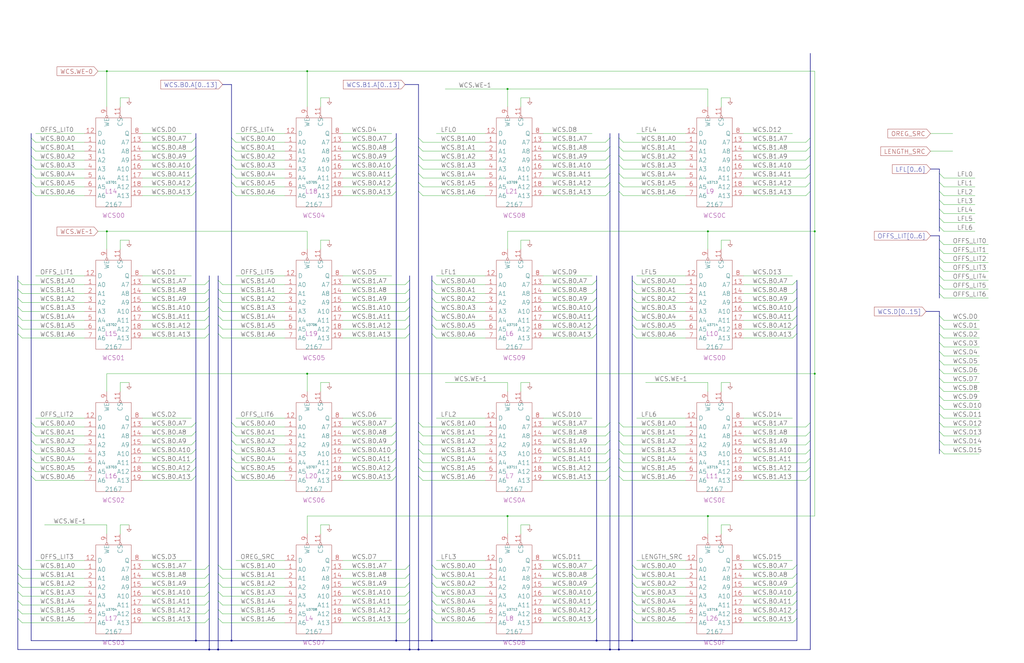
<source format=kicad_sch>
(kicad_sch (version 20250114) (generator "eeschema") (generator_version "9.0")
  (paper "User" 584.2 378.46)
  (title_block (title "WRITABLE CONTROL STORE\\nBITS 0 TO 15") (date "20-MAR-90") (rev "1.0") (comment 1 "FIU") (comment 2 "232-003065") (comment 3 "S400") (comment 4 "RELEASED"))
  (junction (at 60.96 132.08))
  (junction (at 340.36 365.76))
  (junction (at 403.86 294.64))
  (junction (at 360.68 365.76))
  (junction (at 175.26 40.64))
  (junction (at 464.82 213.36))
  (junction (at 403.86 132.08))
  (junction (at 233.68 370.84))
  (junction (at 60.96 40.64))
  (junction (at 289.56 50.8))
  (junction (at 464.82 132.08))
  (junction (at 111.76 365.76))
  (junction (at 289.56 294.64))
  (junction (at 238.76 370.84))
  (junction (at 347.98 370.84))
  (junction (at 124.46 370.84))
  (junction (at 119.38 370.84))
  (junction (at 175.26 213.36))
  (junction (at 226.06 365.76))
  (junction (at 353.06 370.84))
  (junction (at 132.08 365.76))
  (junction (at 246.38 365.76))
  (bus_entry (at 246.38 185.42) (size 2.54 2.54))
  (bus_entry (at 119.38 332.74) (size -2.54 2.54))
  (bus_entry (at 17.78 271.78) (size 2.54 2.54))
  (bus_entry (at 124.46 190.5) (size 2.54 2.54))
  (bus_entry (at 246.38 337.82) (size 2.54 2.54))
  (bus_entry (at 238.76 241.3) (size 2.54 2.54))
  (bus_entry (at 535.94 119.38) (size 2.54 2.54))
  (bus_entry (at 353.06 109.22) (size 2.54 2.54))
  (bus_entry (at 535.94 236.22) (size 2.54 2.54))
  (bus_entry (at 111.76 251.46) (size -2.54 2.54))
  (bus_entry (at 124.46 175.26) (size 2.54 2.54))
  (bus_entry (at 535.94 147.32) (size 2.54 2.54))
  (bus_entry (at 233.68 327.66) (size -2.54 2.54))
  (bus_entry (at 119.38 185.42) (size -2.54 2.54))
  (bus_entry (at 238.76 266.7) (size 2.54 2.54))
  (bus_entry (at 10.16 347.98) (size 2.54 2.54))
  (bus_entry (at 226.06 83.82) (size -2.54 2.54))
  (bus_entry (at 535.94 162.56) (size 2.54 2.54))
  (bus_entry (at 124.46 185.42) (size 2.54 2.54))
  (bus_entry (at 132.08 99.06) (size 2.54 2.54))
  (bus_entry (at 535.94 190.5) (size 2.54 2.54))
  (bus_entry (at 535.94 210.82) (size 2.54 2.54))
  (bus_entry (at 347.98 271.78) (size -2.54 2.54))
  (bus_entry (at 119.38 322.58) (size -2.54 2.54))
  (bus_entry (at 535.94 180.34) (size 2.54 2.54))
  (bus_entry (at 124.46 342.9) (size 2.54 2.54))
  (bus_entry (at 17.78 88.9) (size 2.54 2.54))
  (bus_entry (at 119.38 170.18) (size -2.54 2.54))
  (bus_entry (at 454.66 170.18) (size -2.54 2.54))
  (bus_entry (at 124.46 165.1) (size 2.54 2.54))
  (bus_entry (at 353.06 251.46) (size 2.54 2.54))
  (bus_entry (at 454.66 353.06) (size -2.54 2.54))
  (bus_entry (at 347.98 104.14) (size -2.54 2.54))
  (bus_entry (at 340.36 160.02) (size -2.54 2.54))
  (bus_entry (at 111.76 246.38) (size -2.54 2.54))
  (bus_entry (at 454.66 160.02) (size -2.54 2.54))
  (bus_entry (at 246.38 342.9) (size 2.54 2.54))
  (bus_entry (at 238.76 261.62) (size 2.54 2.54))
  (bus_entry (at 360.68 180.34) (size 2.54 2.54))
  (bus_entry (at 132.08 271.78) (size 2.54 2.54))
  (bus_entry (at 10.16 190.5) (size 2.54 2.54))
  (bus_entry (at 535.94 256.54) (size 2.54 2.54))
  (bus_entry (at 124.46 347.98) (size 2.54 2.54))
  (bus_entry (at 462.28 99.06) (size -2.54 2.54))
  (bus_entry (at 10.16 322.58) (size 2.54 2.54))
  (bus_entry (at 353.06 104.14) (size 2.54 2.54))
  (bus_entry (at 454.66 185.42) (size -2.54 2.54))
  (bus_entry (at 347.98 99.06) (size -2.54 2.54))
  (bus_entry (at 340.36 353.06) (size -2.54 2.54))
  (bus_entry (at 111.76 109.22) (size -2.54 2.54))
  (bus_entry (at 454.66 175.26) (size -2.54 2.54))
  (bus_entry (at 535.94 205.74) (size 2.54 2.54))
  (bus_entry (at 347.98 241.3) (size -2.54 2.54))
  (bus_entry (at 246.38 160.02) (size 2.54 2.54))
  (bus_entry (at 462.28 241.3) (size -2.54 2.54))
  (bus_entry (at 462.28 78.74) (size -2.54 2.54))
  (bus_entry (at 454.66 327.66) (size -2.54 2.54))
  (bus_entry (at 360.68 165.1) (size 2.54 2.54))
  (bus_entry (at 17.78 109.22) (size 2.54 2.54))
  (bus_entry (at 124.46 322.58) (size 2.54 2.54))
  (bus_entry (at 124.46 353.06) (size 2.54 2.54))
  (bus_entry (at 10.16 175.26) (size 2.54 2.54))
  (bus_entry (at 17.78 256.54) (size 2.54 2.54))
  (bus_entry (at 246.38 170.18) (size 2.54 2.54))
  (bus_entry (at 17.78 104.14) (size 2.54 2.54))
  (bus_entry (at 535.94 167.64) (size 2.54 2.54))
  (bus_entry (at 226.06 246.38) (size -2.54 2.54))
  (bus_entry (at 360.68 160.02) (size 2.54 2.54))
  (bus_entry (at 347.98 83.82) (size -2.54 2.54))
  (bus_entry (at 119.38 165.1) (size -2.54 2.54))
  (bus_entry (at 462.28 271.78) (size -2.54 2.54))
  (bus_entry (at 226.06 251.46) (size -2.54 2.54))
  (bus_entry (at 111.76 78.74) (size -2.54 2.54))
  (bus_entry (at 535.94 200.66) (size 2.54 2.54))
  (bus_entry (at 10.16 342.9) (size 2.54 2.54))
  (bus_entry (at 119.38 337.82) (size -2.54 2.54))
  (bus_entry (at 360.68 347.98) (size 2.54 2.54))
  (bus_entry (at 119.38 342.9) (size -2.54 2.54))
  (bus_entry (at 340.36 185.42) (size -2.54 2.54))
  (bus_entry (at 360.68 190.5) (size 2.54 2.54))
  (bus_entry (at 246.38 347.98) (size 2.54 2.54))
  (bus_entry (at 132.08 93.98) (size 2.54 2.54))
  (bus_entry (at 10.16 170.18) (size 2.54 2.54))
  (bus_entry (at 340.36 337.82) (size -2.54 2.54))
  (bus_entry (at 454.66 165.1) (size -2.54 2.54))
  (bus_entry (at 124.46 332.74) (size 2.54 2.54))
  (bus_entry (at 535.94 231.14) (size 2.54 2.54))
  (bus_entry (at 353.06 261.62) (size 2.54 2.54))
  (bus_entry (at 347.98 266.7) (size -2.54 2.54))
  (bus_entry (at 535.94 124.46) (size 2.54 2.54))
  (bus_entry (at 226.06 93.98) (size -2.54 2.54))
  (bus_entry (at 17.78 251.46) (size 2.54 2.54))
  (bus_entry (at 360.68 332.74) (size 2.54 2.54))
  (bus_entry (at 340.36 332.74) (size -2.54 2.54))
  (bus_entry (at 238.76 93.98) (size 2.54 2.54))
  (bus_entry (at 238.76 78.74) (size 2.54 2.54))
  (bus_entry (at 360.68 337.82) (size 2.54 2.54))
  (bus_entry (at 353.06 271.78) (size 2.54 2.54))
  (bus_entry (at 233.68 170.18) (size -2.54 2.54))
  (bus_entry (at 454.66 180.34) (size -2.54 2.54))
  (bus_entry (at 119.38 327.66) (size -2.54 2.54))
  (bus_entry (at 360.68 175.26) (size 2.54 2.54))
  (bus_entry (at 124.46 170.18) (size 2.54 2.54))
  (bus_entry (at 462.28 251.46) (size -2.54 2.54))
  (bus_entry (at 353.06 246.38) (size 2.54 2.54))
  (bus_entry (at 132.08 78.74) (size 2.54 2.54))
  (bus_entry (at 246.38 322.58) (size 2.54 2.54))
  (bus_entry (at 353.06 256.54) (size 2.54 2.54))
  (bus_entry (at 462.28 88.9) (size -2.54 2.54))
  (bus_entry (at 535.94 195.58) (size 2.54 2.54))
  (bus_entry (at 246.38 353.06) (size 2.54 2.54))
  (bus_entry (at 10.16 353.06) (size 2.54 2.54))
  (bus_entry (at 340.36 342.9) (size -2.54 2.54))
  (bus_entry (at 226.06 88.9) (size -2.54 2.54))
  (bus_entry (at 17.78 261.62) (size 2.54 2.54))
  (bus_entry (at 233.68 322.58) (size -2.54 2.54))
  (bus_entry (at 454.66 337.82) (size -2.54 2.54))
  (bus_entry (at 340.36 170.18) (size -2.54 2.54))
  (bus_entry (at 535.94 142.24) (size 2.54 2.54))
  (bus_entry (at 347.98 261.62) (size -2.54 2.54))
  (bus_entry (at 10.16 180.34) (size 2.54 2.54))
  (bus_entry (at 535.94 226.06) (size 2.54 2.54))
  (bus_entry (at 17.78 266.7) (size 2.54 2.54))
  (bus_entry (at 535.94 241.3) (size 2.54 2.54))
  (bus_entry (at 246.38 175.26) (size 2.54 2.54))
  (bus_entry (at 17.78 246.38) (size 2.54 2.54))
  (bus_entry (at 535.94 220.98) (size 2.54 2.54))
  (bus_entry (at 340.36 327.66) (size -2.54 2.54))
  (bus_entry (at 238.76 104.14) (size 2.54 2.54))
  (bus_entry (at 17.78 83.82) (size 2.54 2.54))
  (bus_entry (at 340.36 347.98) (size -2.54 2.54))
  (bus_entry (at 462.28 83.82) (size -2.54 2.54))
  (bus_entry (at 10.16 337.82) (size 2.54 2.54))
  (bus_entry (at 340.36 175.26) (size -2.54 2.54))
  (bus_entry (at 347.98 78.74) (size -2.54 2.54))
  (bus_entry (at 454.66 342.9) (size -2.54 2.54))
  (bus_entry (at 233.68 180.34) (size -2.54 2.54))
  (bus_entry (at 17.78 99.06) (size 2.54 2.54))
  (bus_entry (at 119.38 175.26) (size -2.54 2.54))
  (bus_entry (at 535.94 251.46) (size 2.54 2.54))
  (bus_entry (at 233.68 332.74) (size -2.54 2.54))
  (bus_entry (at 119.38 347.98) (size -2.54 2.54))
  (bus_entry (at 17.78 241.3) (size 2.54 2.54))
  (bus_entry (at 124.46 337.82) (size 2.54 2.54))
  (bus_entry (at 132.08 104.14) (size 2.54 2.54))
  (bus_entry (at 246.38 332.74) (size 2.54 2.54))
  (bus_entry (at 233.68 347.98) (size -2.54 2.54))
  (bus_entry (at 535.94 99.06) (size 2.54 2.54))
  (bus_entry (at 17.78 78.74) (size 2.54 2.54))
  (bus_entry (at 111.76 99.06) (size -2.54 2.54))
  (bus_entry (at 535.94 152.4) (size 2.54 2.54))
  (bus_entry (at 238.76 271.78) (size 2.54 2.54))
  (bus_entry (at 132.08 241.3) (size 2.54 2.54))
  (bus_entry (at 462.28 266.7) (size -2.54 2.54))
  (bus_entry (at 226.06 266.7) (size -2.54 2.54))
  (bus_entry (at 454.66 347.98) (size -2.54 2.54))
  (bus_entry (at 353.06 88.9) (size 2.54 2.54))
  (bus_entry (at 353.06 266.7) (size 2.54 2.54))
  (bus_entry (at 347.98 93.98) (size -2.54 2.54))
  (bus_entry (at 132.08 83.82) (size 2.54 2.54))
  (bus_entry (at 10.16 160.02) (size 2.54 2.54))
  (bus_entry (at 233.68 337.82) (size -2.54 2.54))
  (bus_entry (at 233.68 175.26) (size -2.54 2.54))
  (bus_entry (at 233.68 165.1) (size -2.54 2.54))
  (bus_entry (at 535.94 104.14) (size 2.54 2.54))
  (bus_entry (at 340.36 180.34) (size -2.54 2.54))
  (bus_entry (at 119.38 160.02) (size -2.54 2.54))
  (bus_entry (at 132.08 261.62) (size 2.54 2.54))
  (bus_entry (at 111.76 256.54) (size -2.54 2.54))
  (bus_entry (at 535.94 114.3) (size 2.54 2.54))
  (bus_entry (at 347.98 109.22) (size -2.54 2.54))
  (bus_entry (at 238.76 88.9) (size 2.54 2.54))
  (bus_entry (at 111.76 241.3) (size -2.54 2.54))
  (bus_entry (at 535.94 129.54) (size 2.54 2.54))
  (bus_entry (at 119.38 353.06) (size -2.54 2.54))
  (bus_entry (at 111.76 271.78) (size -2.54 2.54))
  (bus_entry (at 124.46 160.02) (size 2.54 2.54))
  (bus_entry (at 132.08 88.9) (size 2.54 2.54))
  (bus_entry (at 462.28 109.22) (size -2.54 2.54))
  (bus_entry (at 226.06 78.74) (size -2.54 2.54))
  (bus_entry (at 454.66 332.74) (size -2.54 2.54))
  (bus_entry (at 238.76 109.22) (size 2.54 2.54))
  (bus_entry (at 10.16 165.1) (size 2.54 2.54))
  (bus_entry (at 238.76 256.54) (size 2.54 2.54))
  (bus_entry (at 454.66 322.58) (size -2.54 2.54))
  (bus_entry (at 132.08 109.22) (size 2.54 2.54))
  (bus_entry (at 353.06 93.98) (size 2.54 2.54))
  (bus_entry (at 353.06 78.74) (size 2.54 2.54))
  (bus_entry (at 10.16 185.42) (size 2.54 2.54))
  (bus_entry (at 233.68 190.5) (size -2.54 2.54))
  (bus_entry (at 340.36 165.1) (size -2.54 2.54))
  (bus_entry (at 246.38 165.1) (size 2.54 2.54))
  (bus_entry (at 111.76 83.82) (size -2.54 2.54))
  (bus_entry (at 462.28 104.14) (size -2.54 2.54))
  (bus_entry (at 233.68 185.42) (size -2.54 2.54))
  (bus_entry (at 535.94 157.48) (size 2.54 2.54))
  (bus_entry (at 233.68 342.9) (size -2.54 2.54))
  (bus_entry (at 10.16 332.74) (size 2.54 2.54))
  (bus_entry (at 233.68 160.02) (size -2.54 2.54))
  (bus_entry (at 124.46 180.34) (size 2.54 2.54))
  (bus_entry (at 347.98 246.38) (size -2.54 2.54))
  (bus_entry (at 226.06 256.54) (size -2.54 2.54))
  (bus_entry (at 238.76 83.82) (size 2.54 2.54))
  (bus_entry (at 238.76 246.38) (size 2.54 2.54))
  (bus_entry (at 17.78 93.98) (size 2.54 2.54))
  (bus_entry (at 340.36 190.5) (size -2.54 2.54))
  (bus_entry (at 347.98 88.9) (size -2.54 2.54))
  (bus_entry (at 238.76 99.06) (size 2.54 2.54))
  (bus_entry (at 462.28 246.38) (size -2.54 2.54))
  (bus_entry (at 360.68 170.18) (size 2.54 2.54))
  (bus_entry (at 353.06 99.06) (size 2.54 2.54))
  (bus_entry (at 360.68 342.9) (size 2.54 2.54))
  (bus_entry (at 353.06 241.3) (size 2.54 2.54))
  (bus_entry (at 10.16 327.66) (size 2.54 2.54))
  (bus_entry (at 535.94 109.22) (size 2.54 2.54))
  (bus_entry (at 111.76 88.9) (size -2.54 2.54))
  (bus_entry (at 119.38 190.5) (size -2.54 2.54))
  (bus_entry (at 111.76 261.62) (size -2.54 2.54))
  (bus_entry (at 111.76 266.7) (size -2.54 2.54))
  (bus_entry (at 226.06 271.78) (size -2.54 2.54))
  (bus_entry (at 111.76 104.14) (size -2.54 2.54))
  (bus_entry (at 132.08 246.38) (size 2.54 2.54))
  (bus_entry (at 226.06 241.3) (size -2.54 2.54))
  (bus_entry (at 226.06 104.14) (size -2.54 2.54))
  (bus_entry (at 132.08 256.54) (size 2.54 2.54))
  (bus_entry (at 347.98 251.46) (size -2.54 2.54))
  (bus_entry (at 535.94 185.42) (size 2.54 2.54))
  (bus_entry (at 111.76 93.98) (size -2.54 2.54))
  (bus_entry (at 353.06 83.82) (size 2.54 2.54))
  (bus_entry (at 535.94 137.16) (size 2.54 2.54))
  (bus_entry (at 360.68 322.58) (size 2.54 2.54))
  (bus_entry (at 226.06 109.22) (size -2.54 2.54))
  (bus_entry (at 462.28 261.62) (size -2.54 2.54))
  (bus_entry (at 246.38 180.34) (size 2.54 2.54))
  (bus_entry (at 124.46 327.66) (size 2.54 2.54))
  (bus_entry (at 226.06 261.62) (size -2.54 2.54))
  (bus_entry (at 246.38 190.5) (size 2.54 2.54))
  (bus_entry (at 535.94 246.38) (size 2.54 2.54))
  (bus_entry (at 238.76 251.46) (size 2.54 2.54))
  (bus_entry (at 462.28 93.98) (size -2.54 2.54))
  (bus_entry (at 226.06 99.06) (size -2.54 2.54))
  (bus_entry (at 347.98 256.54) (size -2.54 2.54))
  (bus_entry (at 340.36 322.58) (size -2.54 2.54))
  (bus_entry (at 535.94 215.9) (size 2.54 2.54))
  (bus_entry (at 132.08 266.7) (size 2.54 2.54))
  (bus_entry (at 119.38 180.34) (size -2.54 2.54))
  (bus_entry (at 360.68 185.42) (size 2.54 2.54))
  (bus_entry (at 233.68 353.06) (size -2.54 2.54))
  (bus_entry (at 360.68 327.66) (size 2.54 2.54))
  (bus_entry (at 246.38 327.66) (size 2.54 2.54))
  (bus_entry (at 454.66 190.5) (size -2.54 2.54))
  (bus_entry (at 132.08 251.46) (size 2.54 2.54))
  (bus_entry (at 360.68 353.06) (size 2.54 2.54))
  (bus_entry (at 462.28 256.54) (size -2.54 2.54))
  (wire (pts (xy 195.58 91.44) (xy 223.52 91.44)))
  (bus (pts (xy 238.76 48.26) (xy 238.76 78.74)))
  (wire (pts (xy 20.32 248.92) (xy 48.26 248.92)))
  (bus (pts (xy 124.46 157.48) (xy 124.46 160.02)))
  (bus (pts (xy 340.36 160.02) (xy 340.36 165.1)))
  (wire (pts (xy 424.18 330.2) (xy 452.12 330.2)))
  (wire (pts (xy 355.6 101.6) (xy 391.16 101.6)))
  (bus (pts (xy 119.38 175.26) (xy 119.38 180.34)))
  (bus (pts (xy 347.98 246.38) (xy 347.98 251.46)))
  (bus (pts (xy 462.28 256.54) (xy 462.28 261.62)))
  (bus (pts (xy 535.94 205.74) (xy 535.94 210.82)))
  (wire (pts (xy 309.88 248.92) (xy 345.44 248.92)))
  (wire (pts (xy 134.62 248.92) (xy 162.56 248.92)))
  (bus (pts (xy 246.38 342.9) (xy 246.38 347.98)))
  (bus (pts (xy 127 48.26) (xy 132.08 48.26)))
  (bus (pts (xy 226.06 266.7) (xy 226.06 271.78)))
  (wire (pts (xy 309.88 182.88) (xy 337.82 182.88)))
  (wire (pts (xy 424.18 187.96) (xy 452.12 187.96)))
  (wire (pts (xy 195.58 172.72) (xy 231.14 172.72)))
  (bus (pts (xy 111.76 271.78) (xy 111.76 365.76)))
  (wire (pts (xy 538.48 127) (xy 556.26 127)))
  (bus (pts (xy 119.38 180.34) (xy 119.38 185.42)))
  (wire (pts (xy 175.26 213.36) (xy 464.82 213.36)))
  (wire (pts (xy 538.48 203.2) (xy 558.8 203.2)))
  (bus (pts (xy 10.16 165.1) (xy 10.16 170.18)))
  (bus (pts (xy 111.76 76.2) (xy 111.76 78.74)))
  (wire (pts (xy 355.6 91.44) (xy 391.16 91.44)))
  (wire (pts (xy 12.7 355.6) (xy 48.26 355.6)))
  (wire (pts (xy 309.88 355.6) (xy 337.82 355.6)))
  (bus (pts (xy 233.68 175.26) (xy 233.68 180.34)))
  (bus (pts (xy 119.38 332.74) (xy 119.38 337.82)))
  (bus (pts (xy 360.68 180.34) (xy 360.68 185.42)))
  (bus (pts (xy 462.28 109.22) (xy 462.28 241.3)))
  (wire (pts (xy 309.88 111.76) (xy 345.44 111.76)))
  (bus (pts (xy 535.94 190.5) (xy 535.94 195.58)))
  (wire (pts (xy 363.22 177.8) (xy 391.16 177.8)))
  (wire (pts (xy 134.62 157.48) (xy 162.56 157.48)))
  (bus (pts (xy 111.76 241.3) (xy 111.76 246.38)))
  (bus (pts (xy 119.38 353.06) (xy 119.38 370.84)))
  (wire (pts (xy 363.22 187.96) (xy 391.16 187.96)))
  (bus (pts (xy 535.94 124.46) (xy 535.94 129.54)))
  (wire (pts (xy 363.22 355.6) (xy 391.16 355.6)))
  (wire (pts (xy 424.18 76.2) (xy 452.12 76.2)))
  (bus (pts (xy 238.76 83.82) (xy 238.76 88.9)))
  (wire (pts (xy 20.32 320.04) (xy 48.26 320.04)))
  (wire (pts (xy 12.7 193.04) (xy 48.26 193.04)))
  (wire (pts (xy 68.58 299.72) (xy 73.66 299.72)))
  (bus (pts (xy 124.46 327.66) (xy 124.46 332.74)))
  (wire (pts (xy 424.18 259.08) (xy 459.74 259.08)))
  (wire (pts (xy 241.3 96.52) (xy 276.86 96.52)))
  (bus (pts (xy 535.94 134.62) (xy 535.94 137.16)))
  (wire (pts (xy 81.28 325.12) (xy 116.84 325.12)))
  (wire (pts (xy 20.32 238.76) (xy 48.26 238.76)))
  (wire (pts (xy 127 355.6) (xy 162.56 355.6)))
  (bus (pts (xy 238.76 88.9) (xy 238.76 93.98)))
  (bus (pts (xy 246.38 322.58) (xy 246.38 327.66)))
  (wire (pts (xy 355.6 111.76) (xy 391.16 111.76)))
  (wire (pts (xy 538.48 139.7) (xy 563.88 139.7)))
  (wire (pts (xy 411.48 218.44) (xy 416.56 218.44)))
  (bus (pts (xy 124.46 160.02) (xy 124.46 165.1)))
  (wire (pts (xy 297.18 137.16) (xy 302.26 137.16)))
  (wire (pts (xy 355.6 86.36) (xy 391.16 86.36)))
  (bus (pts (xy 226.06 271.78) (xy 226.06 365.76)))
  (bus (pts (xy 360.68 165.1) (xy 360.68 170.18)))
  (wire (pts (xy 248.92 325.12) (xy 276.86 325.12)))
  (wire (pts (xy 175.26 294.64) (xy 289.56 294.64)))
  (wire (pts (xy 81.28 81.28) (xy 109.22 81.28)))
  (wire (pts (xy 81.28 264.16) (xy 109.22 264.16)))
  (wire (pts (xy 12.7 345.44) (xy 48.26 345.44)))
  (wire (pts (xy 182.88 55.88) (xy 187.96 55.88)))
  (bus (pts (xy 10.16 347.98) (xy 10.16 353.06)))
  (bus (pts (xy 10.16 332.74) (xy 10.16 337.82)))
  (bus (pts (xy 535.94 195.58) (xy 535.94 200.66)))
  (wire (pts (xy 195.58 243.84) (xy 223.52 243.84)))
  (bus (pts (xy 119.38 190.5) (xy 119.38 322.58)))
  (wire (pts (xy 195.58 177.8) (xy 231.14 177.8)))
  (bus (pts (xy 353.06 93.98) (xy 353.06 99.06)))
  (wire (pts (xy 60.96 213.36) (xy 175.26 213.36)))
  (wire (pts (xy 309.88 335.28) (xy 337.82 335.28)))
  (bus (pts (xy 17.78 99.06) (xy 17.78 104.14)))
  (wire (pts (xy 424.18 238.76) (xy 452.12 238.76)))
  (bus (pts (xy 10.16 190.5) (xy 10.16 322.58)))
  (wire (pts (xy 424.18 264.16) (xy 459.74 264.16)))
  (wire (pts (xy 355.6 81.28) (xy 391.16 81.28)))
  (bus (pts (xy 233.68 322.58) (xy 233.68 327.66)))
  (wire (pts (xy 195.58 335.28) (xy 231.14 335.28)))
  (bus (pts (xy 246.38 327.66) (xy 246.38 332.74)))
  (wire (pts (xy 289.56 50.8) (xy 403.86 50.8)))
  (wire (pts (xy 195.58 86.36) (xy 223.52 86.36)))
  (wire (pts (xy 538.48 121.92) (xy 556.26 121.92)))
  (wire (pts (xy 363.22 330.2) (xy 391.16 330.2)))
  (bus (pts (xy 462.28 271.78) (xy 462.28 370.84)))
  (wire (pts (xy 424.18 193.04) (xy 452.12 193.04)))
  (wire (pts (xy 411.48 304.8) (xy 411.48 299.72)))
  (wire (pts (xy 248.92 177.8) (xy 276.86 177.8)))
  (bus (pts (xy 454.66 160.02) (xy 454.66 165.1)))
  (bus (pts (xy 360.68 353.06) (xy 360.68 365.76)))
  (wire (pts (xy 127 167.64) (xy 162.56 167.64)))
  (bus (pts (xy 226.06 109.22) (xy 226.06 241.3)))
  (bus (pts (xy 233.68 190.5) (xy 233.68 322.58)))
  (wire (pts (xy 60.96 40.64) (xy 175.26 40.64)))
  (wire (pts (xy 411.48 60.96) (xy 411.48 55.88)))
  (wire (pts (xy 403.86 60.96) (xy 403.86 50.8)))
  (wire (pts (xy 195.58 96.52) (xy 223.52 96.52)))
  (bus (pts (xy 347.98 261.62) (xy 347.98 266.7)))
  (bus (pts (xy 17.78 251.46) (xy 17.78 256.54)))
  (wire (pts (xy 309.88 101.6) (xy 345.44 101.6)))
  (bus (pts (xy 340.36 157.48) (xy 340.36 160.02)))
  (wire (pts (xy 12.7 187.96) (xy 48.26 187.96)))
  (wire (pts (xy 464.82 40.64) (xy 464.82 132.08)))
  (bus (pts (xy 233.68 370.84) (xy 238.76 370.84)))
  (wire (pts (xy 424.18 106.68) (xy 459.74 106.68)))
  (bus (pts (xy 353.06 78.74) (xy 353.06 83.82)))
  (wire (pts (xy 68.58 142.24) (xy 68.58 137.16)))
  (wire (pts (xy 134.62 269.24) (xy 162.56 269.24)))
  (wire (pts (xy 403.86 132.08) (xy 403.86 142.24)))
  (wire (pts (xy 134.62 106.68) (xy 162.56 106.68)))
  (bus (pts (xy 233.68 160.02) (xy 233.68 165.1)))
  (wire (pts (xy 403.86 294.64) (xy 464.82 294.64)))
  (wire (pts (xy 411.48 142.24) (xy 411.48 137.16)))
  (wire (pts (xy 424.18 325.12) (xy 452.12 325.12)))
  (wire (pts (xy 12.7 330.2) (xy 48.26 330.2)))
  (wire (pts (xy 403.86 294.64) (xy 403.86 304.8)))
  (bus (pts (xy 535.94 167.64) (xy 535.94 170.18)))
  (bus (pts (xy 132.08 99.06) (xy 132.08 104.14)))
  (wire (pts (xy 248.92 355.6) (xy 276.86 355.6)))
  (wire (pts (xy 248.92 320.04) (xy 276.86 320.04)))
  (wire (pts (xy 309.88 172.72) (xy 337.82 172.72)))
  (wire (pts (xy 363.22 167.64) (xy 391.16 167.64)))
  (wire (pts (xy 368.3 218.44) (xy 403.86 218.44)))
  (wire (pts (xy 289.56 218.44) (xy 289.56 223.52)))
  (bus (pts (xy 353.06 261.62) (xy 353.06 266.7)))
  (wire (pts (xy 81.28 106.68) (xy 109.22 106.68)))
  (bus (pts (xy 353.06 88.9) (xy 353.06 93.98)))
  (wire (pts (xy 309.88 162.56) (xy 337.82 162.56)))
  (wire (pts (xy 424.18 167.64) (xy 452.12 167.64)))
  (wire (pts (xy 127 193.04) (xy 162.56 193.04)))
  (wire (pts (xy 363.22 238.76) (xy 391.16 238.76)))
  (wire (pts (xy 241.3 248.92) (xy 276.86 248.92)))
  (wire (pts (xy 195.58 259.08) (xy 223.52 259.08)))
  (bus (pts (xy 353.06 271.78) (xy 353.06 370.84)))
  (wire (pts (xy 309.88 325.12) (xy 337.82 325.12)))
  (bus (pts (xy 535.94 236.22) (xy 535.94 241.3)))
  (wire (pts (xy 363.22 340.36) (xy 391.16 340.36)))
  (wire (pts (xy 424.18 345.44) (xy 452.12 345.44)))
  (wire (pts (xy 538.48 182.88) (xy 558.8 182.88)))
  (wire (pts (xy 309.88 167.64) (xy 337.82 167.64)))
  (bus (pts (xy 124.46 190.5) (xy 124.46 322.58)))
  (bus (pts (xy 535.94 96.52) (xy 535.94 99.06)))
  (bus (pts (xy 340.36 342.9) (xy 340.36 347.98)))
  (wire (pts (xy 68.58 60.96) (xy 68.58 55.88)))
  (bus (pts (xy 535.94 142.24) (xy 535.94 147.32)))
  (bus (pts (xy 111.76 83.82) (xy 111.76 88.9)))
  (wire (pts (xy 20.32 274.32) (xy 48.26 274.32)))
  (bus (pts (xy 454.66 322.58) (xy 454.66 327.66)))
  (bus (pts (xy 528.32 177.8) (xy 535.94 177.8)))
  (wire (pts (xy 81.28 340.36) (xy 116.84 340.36)))
  (wire (pts (xy 81.28 248.92) (xy 109.22 248.92)))
  (wire (pts (xy 355.6 243.84) (xy 391.16 243.84)))
  (wire (pts (xy 20.32 269.24) (xy 48.26 269.24)))
  (wire (pts (xy 127 335.28) (xy 162.56 335.28)))
  (bus (pts (xy 530.86 96.52) (xy 535.94 96.52)))
  (bus (pts (xy 124.46 347.98) (xy 124.46 353.06)))
  (wire (pts (xy 248.92 182.88) (xy 276.86 182.88)))
  (wire (pts (xy 81.28 172.72) (xy 116.84 172.72)))
  (wire (pts (xy 530.86 86.36) (xy 543.56 86.36)))
  (wire (pts (xy 195.58 320.04) (xy 223.52 320.04)))
  (wire (pts (xy 241.3 106.68) (xy 276.86 106.68)))
  (bus (pts (xy 360.68 185.42) (xy 360.68 190.5)))
  (bus (pts (xy 360.68 175.26) (xy 360.68 180.34)))
  (wire (pts (xy 248.92 157.48) (xy 276.86 157.48)))
  (bus (pts (xy 226.06 88.9) (xy 226.06 93.98)))
  (wire (pts (xy 134.62 259.08) (xy 162.56 259.08)))
  (wire (pts (xy 20.32 259.08) (xy 48.26 259.08)))
  (wire (pts (xy 182.88 137.16) (xy 187.96 137.16)))
  (wire (pts (xy 289.56 132.08) (xy 403.86 132.08)))
  (bus (pts (xy 353.06 251.46) (xy 353.06 256.54)))
  (bus (pts (xy 454.66 170.18) (xy 454.66 175.26)))
  (wire (pts (xy 309.88 330.2) (xy 337.82 330.2)))
  (bus (pts (xy 360.68 160.02) (xy 360.68 165.1)))
  (bus (pts (xy 17.78 256.54) (xy 17.78 261.62)))
  (wire (pts (xy 424.18 182.88) (xy 452.12 182.88)))
  (wire (pts (xy 134.62 96.52) (xy 162.56 96.52)))
  (wire (pts (xy 134.62 254) (xy 162.56 254)))
  (wire (pts (xy 195.58 355.6) (xy 231.14 355.6)))
  (bus (pts (xy 226.06 241.3) (xy 226.06 246.38)))
  (bus (pts (xy 119.38 170.18) (xy 119.38 175.26)))
  (bus (pts (xy 353.06 104.14) (xy 353.06 109.22)))
  (wire (pts (xy 182.88 218.44) (xy 187.96 218.44)))
  (wire (pts (xy 127 182.88) (xy 162.56 182.88)))
  (bus (pts (xy 530.86 134.62) (xy 535.94 134.62)))
  (wire (pts (xy 20.32 264.16) (xy 48.26 264.16)))
  (bus (pts (xy 10.16 327.66) (xy 10.16 332.74)))
  (bus (pts (xy 535.94 210.82) (xy 535.94 215.9)))
  (wire (pts (xy 424.18 274.32) (xy 459.74 274.32)))
  (bus (pts (xy 246.38 347.98) (xy 246.38 353.06)))
  (bus (pts (xy 226.06 93.98) (xy 226.06 99.06)))
  (wire (pts (xy 175.26 40.64) (xy 175.26 60.96)))
  (bus (pts (xy 132.08 104.14) (xy 132.08 109.22)))
  (wire (pts (xy 182.88 223.52) (xy 182.88 218.44)))
  (bus (pts (xy 246.38 165.1) (xy 246.38 170.18)))
  (bus (pts (xy 347.98 93.98) (xy 347.98 99.06)))
  (bus (pts (xy 340.36 327.66) (xy 340.36 332.74)))
  (bus (pts (xy 347.98 99.06) (xy 347.98 104.14)))
  (wire (pts (xy 241.3 274.32) (xy 276.86 274.32)))
  (bus (pts (xy 124.46 165.1) (xy 124.46 170.18)))
  (wire (pts (xy 411.48 137.16) (xy 416.56 137.16)))
  (wire (pts (xy 195.58 167.64) (xy 231.14 167.64)))
  (bus (pts (xy 462.28 99.06) (xy 462.28 104.14)))
  (bus (pts (xy 535.94 114.3) (xy 535.94 119.38)))
  (bus (pts (xy 226.06 83.82) (xy 226.06 88.9)))
  (bus (pts (xy 340.36 165.1) (xy 340.36 170.18)))
  (bus (pts (xy 226.06 99.06) (xy 226.06 104.14)))
  (bus (pts (xy 132.08 256.54) (xy 132.08 261.62)))
  (wire (pts (xy 424.18 96.52) (xy 459.74 96.52)))
  (wire (pts (xy 289.56 294.64) (xy 403.86 294.64)))
  (bus (pts (xy 10.16 175.26) (xy 10.16 180.34)))
  (bus (pts (xy 462.28 246.38) (xy 462.28 251.46)))
  (bus (pts (xy 238.76 271.78) (xy 238.76 370.84)))
  (bus (pts (xy 535.94 137.16) (xy 535.94 142.24)))
  (wire (pts (xy 309.88 345.44) (xy 337.82 345.44)))
  (bus (pts (xy 347.98 370.84) (xy 353.06 370.84)))
  (bus (pts (xy 111.76 109.22) (xy 111.76 241.3)))
  (bus (pts (xy 124.46 185.42) (xy 124.46 190.5)))
  (bus (pts (xy 340.36 365.76) (xy 360.68 365.76)))
  (wire (pts (xy 538.48 218.44) (xy 558.8 218.44)))
  (bus (pts (xy 535.94 256.54) (xy 535.94 259.08)))
  (bus (pts (xy 226.06 246.38) (xy 226.06 251.46)))
  (wire (pts (xy 175.26 40.64) (xy 464.82 40.64)))
  (wire (pts (xy 81.28 238.76) (xy 109.22 238.76)))
  (wire (pts (xy 81.28 96.52) (xy 109.22 96.52)))
  (bus (pts (xy 535.94 157.48) (xy 535.94 162.56)))
  (wire (pts (xy 538.48 106.68) (xy 556.26 106.68)))
  (wire (pts (xy 464.82 132.08) (xy 464.82 213.36)))
  (bus (pts (xy 360.68 157.48) (xy 360.68 160.02)))
  (wire (pts (xy 12.7 177.8) (xy 48.26 177.8)))
  (wire (pts (xy 127 345.44) (xy 162.56 345.44)))
  (bus (pts (xy 238.76 109.22) (xy 238.76 241.3)))
  (bus (pts (xy 119.38 185.42) (xy 119.38 190.5)))
  (bus (pts (xy 238.76 261.62) (xy 238.76 266.7)))
  (wire (pts (xy 538.48 144.78) (xy 563.88 144.78)))
  (wire (pts (xy 81.28 254) (xy 109.22 254)))
  (wire (pts (xy 538.48 111.76) (xy 556.26 111.76)))
  (bus (pts (xy 10.16 353.06) (xy 10.16 370.84)))
  (bus (pts (xy 238.76 93.98) (xy 238.76 99.06)))
  (wire (pts (xy 195.58 269.24) (xy 223.52 269.24)))
  (wire (pts (xy 195.58 111.76) (xy 223.52 111.76)))
  (bus (pts (xy 17.78 365.76) (xy 111.76 365.76)))
  (wire (pts (xy 309.88 269.24) (xy 345.44 269.24)))
  (wire (pts (xy 60.96 132.08) (xy 175.26 132.08)))
  (bus (pts (xy 111.76 104.14) (xy 111.76 109.22)))
  (wire (pts (xy 363.22 182.88) (xy 391.16 182.88)))
  (wire (pts (xy 355.6 264.16) (xy 391.16 264.16)))
  (bus (pts (xy 226.06 365.76) (xy 246.38 365.76)))
  (bus (pts (xy 347.98 266.7) (xy 347.98 271.78)))
  (wire (pts (xy 309.88 157.48) (xy 337.82 157.48)))
  (wire (pts (xy 363.22 325.12) (xy 391.16 325.12)))
  (wire (pts (xy 241.3 91.44) (xy 276.86 91.44)))
  (bus (pts (xy 119.38 160.02) (xy 119.38 165.1)))
  (bus (pts (xy 353.06 370.84) (xy 462.28 370.84)))
  (bus (pts (xy 360.68 337.82) (xy 360.68 342.9)))
  (wire (pts (xy 12.7 172.72) (xy 48.26 172.72)))
  (wire (pts (xy 20.32 157.48) (xy 48.26 157.48)))
  (wire (pts (xy 175.26 132.08) (xy 175.26 142.24)))
  (bus (pts (xy 10.16 160.02) (xy 10.16 165.1)))
  (bus (pts (xy 535.94 119.38) (xy 535.94 124.46)))
  (wire (pts (xy 12.7 162.56) (xy 48.26 162.56)))
  (bus (pts (xy 226.06 76.2) (xy 226.06 78.74)))
  (bus (pts (xy 17.78 271.78) (xy 17.78 365.76)))
  (wire (pts (xy 81.28 76.2) (xy 109.22 76.2)))
  (bus (pts (xy 238.76 246.38) (xy 238.76 251.46)))
  (wire (pts (xy 309.88 264.16) (xy 345.44 264.16)))
  (wire (pts (xy 175.26 304.8) (xy 175.26 294.64)))
  (wire (pts (xy 81.28 157.48) (xy 109.22 157.48)))
  (bus (pts (xy 17.78 76.2) (xy 17.78 78.74)))
  (wire (pts (xy 12.7 350.52) (xy 48.26 350.52)))
  (bus (pts (xy 17.78 78.74) (xy 17.78 83.82)))
  (bus (pts (xy 111.76 246.38) (xy 111.76 251.46)))
  (bus (pts (xy 238.76 104.14) (xy 238.76 109.22)))
  (bus (pts (xy 238.76 99.06) (xy 238.76 104.14)))
  (wire (pts (xy 363.22 172.72) (xy 391.16 172.72)))
  (bus (pts (xy 111.76 93.98) (xy 111.76 99.06)))
  (wire (pts (xy 60.96 40.64) (xy 60.96 60.96)))
  (wire (pts (xy 20.32 254) (xy 48.26 254)))
  (bus (pts (xy 360.68 365.76) (xy 454.66 365.76)))
  (bus (pts (xy 462.28 93.98) (xy 462.28 99.06)))
  (bus (pts (xy 535.94 185.42) (xy 535.94 190.5)))
  (wire (pts (xy 134.62 91.44) (xy 162.56 91.44)))
  (bus (pts (xy 119.38 337.82) (xy 119.38 342.9)))
  (wire (pts (xy 248.92 340.36) (xy 276.86 340.36)))
  (bus (pts (xy 353.06 246.38) (xy 353.06 251.46)))
  (wire (pts (xy 248.92 193.04) (xy 276.86 193.04)))
  (bus (pts (xy 233.68 347.98) (xy 233.68 353.06)))
  (bus (pts (xy 111.76 88.9) (xy 111.76 93.98)))
  (bus (pts (xy 353.06 256.54) (xy 353.06 261.62)))
  (wire (pts (xy 248.92 350.52) (xy 276.86 350.52)))
  (bus (pts (xy 462.28 30.48) (xy 462.28 78.74)))
  (bus (pts (xy 347.98 78.74) (xy 347.98 83.82)))
  (wire (pts (xy 355.6 248.92) (xy 391.16 248.92)))
  (bus (pts (xy 347.98 251.46) (xy 347.98 256.54)))
  (wire (pts (xy 241.3 259.08) (xy 276.86 259.08)))
  (bus (pts (xy 233.68 170.18) (xy 233.68 175.26)))
  (wire (pts (xy 248.92 330.2) (xy 276.86 330.2)))
  (bus (pts (xy 454.66 327.66) (xy 454.66 332.74)))
  (wire (pts (xy 363.22 335.28) (xy 391.16 335.28)))
  (wire (pts (xy 411.48 299.72) (xy 416.56 299.72)))
  (wire (pts (xy 241.3 86.36) (xy 276.86 86.36)))
  (bus (pts (xy 119.38 370.84) (xy 124.46 370.84)))
  (bus (pts (xy 246.38 353.06) (xy 246.38 365.76)))
  (bus (pts (xy 238.76 370.84) (xy 347.98 370.84)))
  (bus (pts (xy 462.28 251.46) (xy 462.28 256.54)))
  (wire (pts (xy 424.18 157.48) (xy 452.12 157.48)))
  (wire (pts (xy 20.32 86.36) (xy 48.26 86.36)))
  (bus (pts (xy 340.36 185.42) (xy 340.36 190.5)))
  (wire (pts (xy 81.28 167.64) (xy 116.84 167.64)))
  (wire (pts (xy 355.6 274.32) (xy 391.16 274.32)))
  (wire (pts (xy 424.18 243.84) (xy 459.74 243.84)))
  (wire (pts (xy 195.58 187.96) (xy 231.14 187.96)))
  (bus (pts (xy 535.94 220.98) (xy 535.94 226.06)))
  (wire (pts (xy 241.3 243.84) (xy 276.86 243.84)))
  (wire (pts (xy 538.48 238.76) (xy 558.8 238.76)))
  (wire (pts (xy 254 50.8) (xy 289.56 50.8)))
  (bus (pts (xy 10.16 342.9) (xy 10.16 347.98)))
  (wire (pts (xy 195.58 193.04) (xy 231.14 193.04)))
  (bus (pts (xy 233.68 353.06) (xy 233.68 370.84)))
  (bus (pts (xy 535.94 177.8) (xy 535.94 180.34)))
  (bus (pts (xy 132.08 93.98) (xy 132.08 99.06)))
  (bus (pts (xy 17.78 261.62) (xy 17.78 266.7)))
  (wire (pts (xy 134.62 243.84) (xy 162.56 243.84)))
  (wire (pts (xy 309.88 96.52) (xy 345.44 96.52)))
  (wire (pts (xy 538.48 223.52) (xy 558.8 223.52)))
  (wire (pts (xy 195.58 76.2) (xy 223.52 76.2)))
  (bus (pts (xy 111.76 256.54) (xy 111.76 261.62)))
  (wire (pts (xy 182.88 60.96) (xy 182.88 55.88)))
  (bus (pts (xy 231.14 48.26) (xy 238.76 48.26)))
  (wire (pts (xy 81.28 111.76) (xy 109.22 111.76)))
  (wire (pts (xy 195.58 101.6) (xy 223.52 101.6)))
  (wire (pts (xy 81.28 355.6) (xy 116.84 355.6)))
  (bus (pts (xy 462.28 261.62) (xy 462.28 266.7)))
  (bus (pts (xy 340.36 353.06) (xy 340.36 365.76)))
  (wire (pts (xy 195.58 248.92) (xy 223.52 248.92)))
  (wire (pts (xy 538.48 101.6) (xy 556.26 101.6)))
  (bus (pts (xy 246.38 337.82) (xy 246.38 342.9)))
  (bus (pts (xy 360.68 347.98) (xy 360.68 353.06)))
  (bus (pts (xy 347.98 104.14) (xy 347.98 109.22)))
  (bus (pts (xy 454.66 342.9) (xy 454.66 347.98)))
  (wire (pts (xy 309.88 177.8) (xy 337.82 177.8)))
  (bus (pts (xy 360.68 342.9) (xy 360.68 347.98)))
  (wire (pts (xy 241.3 254) (xy 276.86 254)))
  (wire (pts (xy 538.48 228.6) (xy 558.8 228.6)))
  (bus (pts (xy 132.08 88.9) (xy 132.08 93.98)))
  (bus (pts (xy 226.06 78.74) (xy 226.06 83.82)))
  (wire (pts (xy 424.18 248.92) (xy 459.74 248.92)))
  (bus (pts (xy 226.06 261.62) (xy 226.06 266.7)))
  (wire (pts (xy 195.58 330.2) (xy 231.14 330.2)))
  (wire (pts (xy 424.18 91.44) (xy 459.74 91.44)))
  (wire (pts (xy 60.96 304.8) (xy 60.96 299.72)))
  (wire (pts (xy 241.3 264.16) (xy 276.86 264.16)))
  (bus (pts (xy 17.78 83.82) (xy 17.78 88.9)))
  (wire (pts (xy 12.7 182.88) (xy 48.26 182.88)))
  (wire (pts (xy 538.48 233.68) (xy 558.8 233.68)))
  (wire (pts (xy 424.18 162.56) (xy 452.12 162.56)))
  (wire (pts (xy 195.58 162.56) (xy 231.14 162.56)))
  (bus (pts (xy 132.08 83.82) (xy 132.08 88.9)))
  (bus (pts (xy 124.46 175.26) (xy 124.46 180.34)))
  (bus (pts (xy 454.66 347.98) (xy 454.66 353.06)))
  (bus (pts (xy 353.06 266.7) (xy 353.06 271.78)))
  (wire (pts (xy 363.22 76.2) (xy 391.16 76.2)))
  (bus (pts (xy 111.76 251.46) (xy 111.76 256.54)))
  (wire (pts (xy 55.88 132.08) (xy 60.96 132.08)))
  (bus (pts (xy 233.68 157.48) (xy 233.68 160.02)))
  (bus (pts (xy 246.38 160.02) (xy 246.38 165.1)))
  (wire (pts (xy 195.58 350.52) (xy 231.14 350.52)))
  (wire (pts (xy 309.88 106.68) (xy 345.44 106.68)))
  (bus (pts (xy 119.38 327.66) (xy 119.38 332.74)))
  (wire (pts (xy 538.48 198.12) (xy 558.8 198.12)))
  (bus (pts (xy 10.16 170.18) (xy 10.16 175.26)))
  (bus (pts (xy 535.94 152.4) (xy 535.94 157.48)))
  (wire (pts (xy 127 187.96) (xy 162.56 187.96)))
  (bus (pts (xy 454.66 190.5) (xy 454.66 322.58)))
  (bus (pts (xy 535.94 109.22) (xy 535.94 114.3)))
  (wire (pts (xy 297.18 142.24) (xy 297.18 137.16)))
  (bus (pts (xy 535.94 251.46) (xy 535.94 256.54)))
  (bus (pts (xy 238.76 251.46) (xy 238.76 256.54)))
  (wire (pts (xy 411.48 223.52) (xy 411.48 218.44)))
  (bus (pts (xy 535.94 246.38) (xy 535.94 251.46)))
  (wire (pts (xy 538.48 243.84) (xy 558.8 243.84)))
  (bus (pts (xy 347.98 76.2) (xy 347.98 78.74)))
  (wire (pts (xy 81.28 320.04) (xy 109.22 320.04)))
  (wire (pts (xy 309.88 86.36) (xy 345.44 86.36)))
  (wire (pts (xy 538.48 132.08) (xy 556.26 132.08)))
  (bus (pts (xy 340.36 347.98) (xy 340.36 353.06)))
  (wire (pts (xy 403.86 218.44) (xy 403.86 223.52)))
  (bus (pts (xy 535.94 226.06) (xy 535.94 231.14)))
  (wire (pts (xy 127 325.12) (xy 162.56 325.12)))
  (bus (pts (xy 233.68 180.34) (xy 233.68 185.42)))
  (wire (pts (xy 175.26 213.36) (xy 175.26 223.52)))
  (bus (pts (xy 119.38 157.48) (xy 119.38 160.02)))
  (bus (pts (xy 360.68 322.58) (xy 360.68 327.66)))
  (bus (pts (xy 454.66 353.06) (xy 454.66 365.76)))
  (wire (pts (xy 538.48 248.92) (xy 558.8 248.92)))
  (wire (pts (xy 309.88 81.28) (xy 345.44 81.28)))
  (wire (pts (xy 81.28 182.88) (xy 116.84 182.88)))
  (bus (pts (xy 454.66 337.82) (xy 454.66 342.9)))
  (wire (pts (xy 12.7 335.28) (xy 48.26 335.28)))
  (bus (pts (xy 132.08 48.26) (xy 132.08 78.74)))
  (bus (pts (xy 132.08 365.76) (xy 226.06 365.76)))
  (bus (pts (xy 119.38 347.98) (xy 119.38 353.06)))
  (wire (pts (xy 195.58 254) (xy 223.52 254)))
  (wire (pts (xy 355.6 106.68) (xy 391.16 106.68)))
  (wire (pts (xy 68.58 137.16) (xy 73.66 137.16)))
  (wire (pts (xy 195.58 325.12) (xy 231.14 325.12)))
  (wire (pts (xy 297.18 299.72) (xy 302.26 299.72)))
  (wire (pts (xy 464.82 213.36) (xy 464.82 294.64)))
  (bus (pts (xy 132.08 266.7) (xy 132.08 271.78)))
  (wire (pts (xy 60.96 132.08) (xy 60.96 142.24)))
  (wire (pts (xy 538.48 165.1) (xy 563.88 165.1)))
  (bus (pts (xy 10.16 370.84) (xy 119.38 370.84)))
  (wire (pts (xy 248.92 162.56) (xy 276.86 162.56)))
  (wire (pts (xy 538.48 170.18) (xy 563.88 170.18)))
  (bus (pts (xy 535.94 104.14) (xy 535.94 109.22)))
  (bus (pts (xy 17.78 266.7) (xy 17.78 271.78)))
  (wire (pts (xy 464.82 132.08) (xy 403.86 132.08)))
  (wire (pts (xy 68.58 55.88) (xy 73.66 55.88)))
  (bus (pts (xy 132.08 251.46) (xy 132.08 256.54)))
  (bus (pts (xy 347.98 271.78) (xy 347.98 370.84)))
  (bus (pts (xy 535.94 231.14) (xy 535.94 236.22)))
  (bus (pts (xy 246.38 180.34) (xy 246.38 185.42)))
  (bus (pts (xy 17.78 88.9) (xy 17.78 93.98)))
  (bus (pts (xy 454.66 185.42) (xy 454.66 190.5)))
  (wire (pts (xy 355.6 259.08) (xy 391.16 259.08)))
  (wire (pts (xy 309.88 91.44) (xy 345.44 91.44)))
  (wire (pts (xy 538.48 213.36) (xy 558.8 213.36)))
  (wire (pts (xy 424.18 355.6) (xy 452.12 355.6)))
  (wire (pts (xy 355.6 269.24) (xy 391.16 269.24)))
  (bus (pts (xy 238.76 266.7) (xy 238.76 271.78)))
  (wire (pts (xy 127 172.72) (xy 162.56 172.72)))
  (bus (pts (xy 10.16 322.58) (xy 10.16 327.66)))
  (bus (pts (xy 132.08 241.3) (xy 132.08 246.38)))
  (wire (pts (xy 355.6 96.52) (xy 391.16 96.52)))
  (wire (pts (xy 81.28 243.84) (xy 109.22 243.84)))
  (wire (pts (xy 20.32 101.6) (xy 48.26 101.6)))
  (wire (pts (xy 127 162.56) (xy 162.56 162.56)))
  (bus (pts (xy 347.98 109.22) (xy 347.98 241.3)))
  (wire (pts (xy 60.96 213.36) (xy 60.96 223.52)))
  (bus (pts (xy 340.36 180.34) (xy 340.36 185.42)))
  (wire (pts (xy 81.28 101.6) (xy 109.22 101.6)))
  (bus (pts (xy 353.06 99.06) (xy 353.06 104.14)))
  (wire (pts (xy 134.62 101.6) (xy 162.56 101.6)))
  (wire (pts (xy 538.48 193.04) (xy 558.8 193.04)))
  (bus (pts (xy 535.94 215.9) (xy 535.94 220.98)))
  (bus (pts (xy 462.28 266.7) (xy 462.28 271.78)))
  (wire (pts (xy 424.18 172.72) (xy 452.12 172.72)))
  (wire (pts (xy 195.58 81.28) (xy 223.52 81.28)))
  (bus (pts (xy 535.94 129.54) (xy 535.94 132.08)))
  (wire (pts (xy 248.92 187.96) (xy 276.86 187.96)))
  (bus (pts (xy 111.76 99.06) (xy 111.76 104.14)))
  (bus (pts (xy 462.28 78.74) (xy 462.28 83.82)))
  (wire (pts (xy 309.88 243.84) (xy 345.44 243.84)))
  (wire (pts (xy 81.28 345.44) (xy 116.84 345.44)))
  (bus (pts (xy 17.78 246.38) (xy 17.78 251.46)))
  (wire (pts (xy 134.62 320.04) (xy 162.56 320.04)))
  (bus (pts (xy 10.16 185.42) (xy 10.16 190.5)))
  (wire (pts (xy 20.32 76.2) (xy 48.26 76.2)))
  (bus (pts (xy 535.94 147.32) (xy 535.94 152.4)))
  (wire (pts (xy 248.92 76.2) (xy 276.86 76.2)))
  (wire (pts (xy 424.18 335.28) (xy 452.12 335.28)))
  (wire (pts (xy 538.48 149.86) (xy 563.88 149.86)))
  (wire (pts (xy 195.58 340.36) (xy 231.14 340.36)))
  (bus (pts (xy 132.08 246.38) (xy 132.08 251.46)))
  (wire (pts (xy 248.92 335.28) (xy 276.86 335.28)))
  (bus (pts (xy 353.06 76.2) (xy 353.06 78.74)))
  (bus (pts (xy 535.94 200.66) (xy 535.94 205.74)))
  (bus (pts (xy 353.06 83.82) (xy 353.06 88.9)))
  (wire (pts (xy 424.18 101.6) (xy 459.74 101.6)))
  (wire (pts (xy 81.28 274.32) (xy 109.22 274.32)))
  (bus (pts (xy 246.38 365.76) (xy 340.36 365.76)))
  (wire (pts (xy 68.58 223.52) (xy 68.58 218.44)))
  (wire (pts (xy 424.18 269.24) (xy 459.74 269.24)))
  (bus (pts (xy 347.98 88.9) (xy 347.98 93.98)))
  (wire (pts (xy 20.32 106.68) (xy 48.26 106.68)))
  (wire (pts (xy 538.48 259.08) (xy 558.8 259.08)))
  (bus (pts (xy 119.38 322.58) (xy 119.38 327.66)))
  (wire (pts (xy 538.48 208.28) (xy 558.8 208.28)))
  (wire (pts (xy 68.58 218.44) (xy 73.66 218.44)))
  (wire (pts (xy 195.58 182.88) (xy 231.14 182.88)))
  (wire (pts (xy 424.18 340.36) (xy 452.12 340.36)))
  (wire (pts (xy 424.18 177.8) (xy 452.12 177.8)))
  (wire (pts (xy 81.28 86.36) (xy 109.22 86.36)))
  (bus (pts (xy 353.06 109.22) (xy 353.06 241.3)))
  (bus (pts (xy 124.46 337.82) (xy 124.46 342.9)))
  (wire (pts (xy 424.18 350.52) (xy 452.12 350.52)))
  (wire (pts (xy 81.28 187.96) (xy 116.84 187.96)))
  (wire (pts (xy 297.18 304.8) (xy 297.18 299.72)))
  (wire (pts (xy 127 177.8) (xy 162.56 177.8)))
  (bus (pts (xy 347.98 241.3) (xy 347.98 246.38)))
  (bus (pts (xy 17.78 109.22) (xy 17.78 241.3)))
  (wire (pts (xy 20.32 81.28) (xy 48.26 81.28)))
  (wire (pts (xy 309.88 238.76) (xy 337.82 238.76)))
  (bus (pts (xy 454.66 165.1) (xy 454.66 170.18)))
  (wire (pts (xy 12.7 325.12) (xy 48.26 325.12)))
  (wire (pts (xy 538.48 254) (xy 558.8 254)))
  (bus (pts (xy 119.38 165.1) (xy 119.38 170.18)))
  (wire (pts (xy 309.88 254) (xy 345.44 254)))
  (bus (pts (xy 454.66 175.26) (xy 454.66 180.34)))
  (wire (pts (xy 81.28 350.52) (xy 116.84 350.52)))
  (bus (pts (xy 226.06 251.46) (xy 226.06 256.54)))
  (wire (pts (xy 248.92 167.64) (xy 276.86 167.64)))
  (wire (pts (xy 182.88 299.72) (xy 187.96 299.72)))
  (bus (pts (xy 111.76 78.74) (xy 111.76 83.82)))
  (wire (pts (xy 424.18 320.04) (xy 452.12 320.04)))
  (bus (pts (xy 132.08 261.62) (xy 132.08 266.7)))
  (bus (pts (xy 340.36 170.18) (xy 340.36 175.26)))
  (wire (pts (xy 182.88 142.24) (xy 182.88 137.16)))
  (bus (pts (xy 238.76 241.3) (xy 238.76 246.38)))
  (bus (pts (xy 535.94 180.34) (xy 535.94 185.42)))
  (bus (pts (xy 340.36 190.5) (xy 340.36 322.58)))
  (bus (pts (xy 246.38 185.42) (xy 246.38 190.5)))
  (wire (pts (xy 363.22 157.48) (xy 391.16 157.48)))
  (wire (pts (xy 195.58 345.44) (xy 231.14 345.44)))
  (wire (pts (xy 241.3 111.76) (xy 276.86 111.76)))
  (bus (pts (xy 535.94 241.3) (xy 535.94 246.38)))
  (wire (pts (xy 538.48 187.96) (xy 558.8 187.96)))
  (bus (pts (xy 340.36 332.74) (xy 340.36 337.82)))
  (wire (pts (xy 81.28 335.28) (xy 116.84 335.28)))
  (bus (pts (xy 360.68 170.18) (xy 360.68 175.26)))
  (wire (pts (xy 25.4 299.72) (xy 60.96 299.72)))
  (wire (pts (xy 127 350.52) (xy 162.56 350.52)))
  (wire (pts (xy 127 330.2) (xy 162.56 330.2)))
  (bus (pts (xy 535.94 162.56) (xy 535.94 167.64)))
  (bus (pts (xy 233.68 327.66) (xy 233.68 332.74)))
  (bus (pts (xy 360.68 327.66) (xy 360.68 332.74)))
  (wire (pts (xy 309.88 274.32) (xy 345.44 274.32)))
  (bus (pts (xy 340.36 322.58) (xy 340.36 327.66)))
  (bus (pts (xy 111.76 266.7) (xy 111.76 271.78)))
  (wire (pts (xy 248.92 345.44) (xy 276.86 345.44)))
  (wire (pts (xy 20.32 243.84) (xy 48.26 243.84)))
  (wire (pts (xy 195.58 106.68) (xy 223.52 106.68)))
  (bus (pts (xy 17.78 241.3) (xy 17.78 246.38)))
  (wire (pts (xy 81.28 162.56) (xy 116.84 162.56)))
  (wire (pts (xy 12.7 340.36) (xy 48.26 340.36)))
  (wire (pts (xy 134.62 238.76) (xy 162.56 238.76)))
  (wire (pts (xy 134.62 81.28) (xy 162.56 81.28)))
  (wire (pts (xy 363.22 320.04) (xy 391.16 320.04)))
  (bus (pts (xy 17.78 93.98) (xy 17.78 99.06)))
  (wire (pts (xy 248.92 172.72) (xy 276.86 172.72)))
  (wire (pts (xy 195.58 274.32) (xy 223.52 274.32)))
  (wire (pts (xy 424.18 81.28) (xy 459.74 81.28)))
  (bus (pts (xy 246.38 190.5) (xy 246.38 322.58)))
  (wire (pts (xy 134.62 86.36) (xy 162.56 86.36)))
  (wire (pts (xy 182.88 304.8) (xy 182.88 299.72)))
  (wire (pts (xy 297.18 223.52) (xy 297.18 218.44)))
  (wire (pts (xy 20.32 111.76) (xy 48.26 111.76)))
  (wire (pts (xy 424.18 254) (xy 459.74 254)))
  (wire (pts (xy 81.28 259.08) (xy 109.22 259.08)))
  (bus (pts (xy 246.38 332.74) (xy 246.38 337.82)))
  (wire (pts (xy 363.22 193.04) (xy 391.16 193.04)))
  (wire (pts (xy 309.88 340.36) (xy 337.82 340.36)))
  (wire (pts (xy 134.62 111.76) (xy 162.56 111.76)))
  (wire (pts (xy 20.32 96.52) (xy 48.26 96.52)))
  (bus (pts (xy 347.98 83.82) (xy 347.98 88.9)))
  (bus (pts (xy 226.06 256.54) (xy 226.06 261.62)))
  (wire (pts (xy 81.28 193.04) (xy 116.84 193.04)))
  (bus (pts (xy 462.28 104.14) (xy 462.28 109.22)))
  (wire (pts (xy 55.88 40.64) (xy 60.96 40.64)))
  (bus (pts (xy 226.06 104.14) (xy 226.06 109.22)))
  (wire (pts (xy 363.22 345.44) (xy 391.16 345.44)))
  (bus (pts (xy 132.08 109.22) (xy 132.08 241.3)))
  (bus (pts (xy 233.68 342.9) (xy 233.68 347.98)))
  (wire (pts (xy 195.58 238.76) (xy 223.52 238.76)))
  (wire (pts (xy 363.22 162.56) (xy 391.16 162.56)))
  (wire (pts (xy 12.7 167.64) (xy 48.26 167.64)))
  (wire (pts (xy 424.18 86.36) (xy 459.74 86.36)))
  (bus (pts (xy 119.38 342.9) (xy 119.38 347.98)))
  (wire (pts (xy 538.48 116.84) (xy 556.26 116.84)))
  (bus (pts (xy 454.66 332.74) (xy 454.66 337.82)))
  (bus (pts (xy 238.76 256.54) (xy 238.76 261.62)))
  (wire (pts (xy 248.92 238.76) (xy 276.86 238.76)))
  (bus (pts (xy 462.28 83.82) (xy 462.28 88.9)))
  (wire (pts (xy 538.48 160.02) (xy 563.88 160.02)))
  (wire (pts (xy 309.88 193.04) (xy 337.82 193.04)))
  (bus (pts (xy 347.98 256.54) (xy 347.98 261.62)))
  (wire (pts (xy 363.22 350.52) (xy 391.16 350.52)))
  (bus (pts (xy 111.76 261.62) (xy 111.76 266.7)))
  (wire (pts (xy 134.62 274.32) (xy 162.56 274.32)))
  (wire (pts (xy 195.58 264.16) (xy 223.52 264.16)))
  (wire (pts (xy 297.18 60.96) (xy 297.18 55.88)))
  (wire (pts (xy 289.56 132.08) (xy 289.56 142.24)))
  (wire (pts (xy 289.56 60.96) (xy 289.56 50.8)))
  (wire (pts (xy 195.58 157.48) (xy 223.52 157.48)))
  (wire (pts (xy 424.18 111.76) (xy 459.74 111.76)))
  (bus (pts (xy 360.68 332.74) (xy 360.68 337.82)))
  (wire (pts (xy 530.86 76.2) (xy 543.56 76.2)))
  (wire (pts (xy 241.3 101.6) (xy 276.86 101.6)))
  (bus (pts (xy 340.36 337.82) (xy 340.36 342.9)))
  (wire (pts (xy 411.48 55.88) (xy 416.56 55.88)))
  (bus (pts (xy 124.46 370.84) (xy 233.68 370.84)))
  (bus (pts (xy 246.38 157.48) (xy 246.38 160.02)))
  (bus (pts (xy 233.68 165.1) (xy 233.68 170.18)))
  (bus (pts (xy 353.06 241.3) (xy 353.06 246.38)))
  (wire (pts (xy 81.28 269.24) (xy 109.22 269.24)))
  (bus (pts (xy 233.68 185.42) (xy 233.68 190.5)))
  (wire (pts (xy 20.32 91.44) (xy 48.26 91.44)))
  (wire (pts (xy 241.3 269.24) (xy 276.86 269.24)))
  (wire (pts (xy 68.58 304.8) (xy 68.58 299.72)))
  (bus (pts (xy 454.66 180.34) (xy 454.66 185.42)))
  (wire (pts (xy 127 340.36) (xy 162.56 340.36)))
  (wire (pts (xy 538.48 154.94) (xy 563.88 154.94)))
  (bus (pts (xy 462.28 88.9) (xy 462.28 93.98)))
  (bus (pts (xy 124.46 322.58) (xy 124.46 327.66)))
  (bus (pts (xy 17.78 104.14) (xy 17.78 109.22)))
  (wire (pts (xy 134.62 264.16) (xy 162.56 264.16)))
  (bus (pts (xy 462.28 241.3) (xy 462.28 246.38)))
  (wire (pts (xy 289.56 294.64) (xy 289.56 304.8)))
  (bus (pts (xy 246.38 170.18) (xy 246.38 175.26)))
  (bus (pts (xy 124.46 342.9) (xy 124.46 347.98)))
  (wire (pts (xy 309.88 76.2) (xy 337.82 76.2)))
  (bus (pts (xy 111.76 365.76) (xy 132.08 365.76)))
  (wire (pts (xy 309.88 259.08) (xy 345.44 259.08)))
  (bus (pts (xy 246.38 175.26) (xy 246.38 180.34)))
  (wire (pts (xy 355.6 254) (xy 391.16 254)))
  (wire (pts (xy 81.28 177.8) (xy 116.84 177.8)))
  (bus (pts (xy 10.16 180.34) (xy 10.16 185.42)))
  (wire (pts (xy 309.88 350.52) (xy 337.82 350.52)))
  (wire (pts (xy 241.3 81.28) (xy 276.86 81.28)))
  (bus (pts (xy 132.08 271.78) (xy 132.08 365.76)))
  (bus (pts (xy 124.46 170.18) (xy 124.46 175.26)))
  (wire (pts (xy 297.18 218.44) (xy 302.26 218.44)))
  (bus (pts (xy 233.68 337.82) (xy 233.68 342.9)))
  (bus (pts (xy 360.68 190.5) (xy 360.68 322.58)))
  (wire (pts (xy 81.28 91.44) (xy 109.22 91.44)))
  (bus (pts (xy 124.46 332.74) (xy 124.46 337.82)))
  (bus (pts (xy 124.46 180.34) (xy 124.46 185.42)))
  (bus (pts (xy 238.76 78.74) (xy 238.76 83.82)))
  (wire (pts (xy 309.88 187.96) (xy 337.82 187.96)))
  (wire (pts (xy 297.18 55.88) (xy 302.26 55.88)))
  (bus (pts (xy 10.16 157.48) (xy 10.16 160.02)))
  (wire (pts (xy 254 218.44) (xy 289.56 218.44)))
  (bus (pts (xy 340.36 175.26) (xy 340.36 180.34)))
  (bus (pts (xy 132.08 78.74) (xy 132.08 83.82)))
  (wire (pts (xy 134.62 76.2) (xy 162.56 76.2)))
  (bus (pts (xy 535.94 99.06) (xy 535.94 104.14)))
  (bus (pts (xy 233.68 332.74) (xy 233.68 337.82)))
  (wire (pts (xy 81.28 330.2) (xy 116.84 330.2)))
  (bus (pts (xy 10.16 337.82) (xy 10.16 342.9)))
  (bus (pts (xy 124.46 353.06) (xy 124.46 370.84)))
  (wire (pts (xy 309.88 320.04) (xy 337.82 320.04)))
  (label "WCS.B1.A2" (at 22.86 172.72 0) (effects (font (size 2.54 2.54))))
  (label "WCS.B0.A3" (at 365.76 177.8 0) (effects (font (size 2.54 2.54))))
  (label "WCS.B0.A2" (at 365.76 172.72 0) (effects (font (size 2.54 2.54))))
  (label "WCS.B0.A3" (at 137.16 96.52 0) (effects (font (size 2.54 2.54))))
  (label "WCS.D9" (at 314.96 157.48 0) (effects (font (size 2.54 2.54))))
  (label "WCS.B0.A11" (at 200.66 101.6 0) (effects (font (size 2.54 2.54))))
  (label "WCS.B0.A8" (at 86.36 248.92 0) (effects (font (size 2.54 2.54))))
  (label "LFL4" (at 365.76 76.2 0) (effects (font (size 2.54 2.54))))
  (label "WCS.B1.A6" (at 137.16 193.04 0) (effects (font (size 2.54 2.54))))
  (label "WCS.B1.A5" (at 137.16 350.52 0) (effects (font (size 2.54 2.54))))
  (label "WCS.B1.A0" (at 251.46 81.28 0) (effects (font (size 2.54 2.54))))
  (label "WCS.B1.A12" (at 86.36 350.52 0) (effects (font (size 2.54 2.54))))
  (label "WCS.B1.A8" (at 86.36 167.64 0) (effects (font (size 2.54 2.54))))
  (label "OFFS_LIT3" (at 22.86 320.04 0) (effects (font (size 2.54 2.54))))
  (label "WCS.B1.A0" (at 137.16 325.12 0) (effects (font (size 2.54 2.54))))
  (label "OFFS_LIT0" (at 22.86 76.2 0) (effects (font (size 2.54 2.54))))
  (label "WCS.B1.A12" (at 314.96 106.68 0) (effects (font (size 2.54 2.54))))
  (label "WCS.D5" (at 200.66 157.48 0) (effects (font (size 2.54 2.54))))
  (label "WCS.B0.A3" (at 137.16 259.08 0) (effects (font (size 2.54 2.54))))
  (label "WCS.B1.A7" (at 429.26 81.28 0) (effects (font (size 2.54 2.54))))
  (label "LFL6" (at 546.1 132.08 0) (effects (font (size 2.54 2.54))))
  (label "WCS.B0.A10" (at 200.66 96.52 0) (effects (font (size 2.54 2.54))))
  (label "WCS.B0.A9" (at 200.66 91.44 0) (effects (font (size 2.54 2.54))))
  (label "WCS.B1.A4" (at 22.86 345.44 0) (effects (font (size 2.54 2.54))))
  (label "WCS.B1.A5" (at 251.46 106.68 0) (effects (font (size 2.54 2.54))))
  (label "WCS.B0.A8" (at 200.66 86.36 0) (effects (font (size 2.54 2.54))))
  (label "WCS.B0.A3" (at 251.46 177.8 0) (effects (font (size 2.54 2.54))))
  (label "WCS.B1.A2" (at 137.16 172.72 0) (effects (font (size 2.54 2.54))))
  (label "WCS.B0.A5" (at 137.16 269.24 0) (effects (font (size 2.54 2.54))))
  (label "WCS.B1.A2" (at 137.16 335.28 0) (effects (font (size 2.54 2.54))))
  (label "WCS.B1.A10" (at 429.26 259.08 0) (effects (font (size 2.54 2.54))))
  (label "WCS.B1.A11" (at 314.96 264.16 0) (effects (font (size 2.54 2.54))))
  (label "WCS.B0.A0" (at 22.86 81.28 0) (effects (font (size 2.54 2.54))))
  (label "WCS.B1.A5" (at 22.86 187.96 0) (effects (font (size 2.54 2.54))))
  (label "WCS.B0.A8" (at 314.96 330.2 0) (effects (font (size 2.54 2.54))))
  (label "WCS.B1.A8" (at 86.36 330.2 0) (effects (font (size 2.54 2.54))))
  (label "WCS.D9" (at 543.56 228.6 0) (effects (font (size 2.54 2.54))))
  (label "WCS.B0.A6" (at 137.16 111.76 0) (effects (font (size 2.54 2.54))))
  (label "WCS.B0.A8" (at 429.26 330.2 0) (effects (font (size 2.54 2.54))))
  (label "WCS.B1.A3" (at 251.46 259.08 0) (effects (font (size 2.54 2.54))))
  (label "WCS.B0.A13" (at 429.26 355.6 0) (effects (font (size 2.54 2.54))))
  (label "OFFS_LIT3" (at 543.56 154.94 0) (effects (font (size 2.54 2.54))))
  (label "WCS.B1.A8" (at 200.66 167.64 0) (effects (font (size 2.54 2.54))))
  (label "LENGTH_SRC" (at 365.76 320.04 0) (effects (font (size 2.54 2.54))))
  (label "WCS.B0.A2" (at 137.16 91.44 0) (effects (font (size 2.54 2.54))))
  (label "WCS.B1.A11" (at 86.36 182.88 0) (effects (font (size 2.54 2.54))))
  (label "WCS.B0.A11" (at 86.36 101.6 0) (effects (font (size 2.54 2.54))))
  (label "WCS.B0.A7" (at 314.96 162.56 0) (effects (font (size 2.54 2.54))))
  (label "WCS.D12" (at 543.56 243.84 0) (effects (font (size 2.54 2.54))))
  (label "WCS.B0.A6" (at 251.46 355.6 0) (effects (font (size 2.54 2.54))))
  (label "WCS.B0.A13" (at 314.96 193.04 0) (effects (font (size 2.54 2.54))))
  (label "LFL2" (at 251.46 238.76 0) (effects (font (size 2.54 2.54))))
  (label "WCS.B0.A11" (at 429.26 182.88 0) (effects (font (size 2.54 2.54))))
  (label "WCS.B0.A9" (at 314.96 335.28 0) (effects (font (size 2.54 2.54))))
  (label "WCS.B0.A4" (at 137.16 264.16 0) (effects (font (size 2.54 2.54))))
  (label "WCS.B0.A9" (at 200.66 254 0) (effects (font (size 2.54 2.54))))
  (label "WCS.B0.A1" (at 251.46 330.2 0) (effects (font (size 2.54 2.54))))
  (label "WCS.B1.A0" (at 137.16 162.56 0) (effects (font (size 2.54 2.54))))
  (label "WCS.B1.A4" (at 251.46 264.16 0) (effects (font (size 2.54 2.54))))
  (label "WCS.B1.A9" (at 429.26 91.44 0) (effects (font (size 2.54 2.54))))
  (label "WCS.B1.A5" (at 365.76 106.68 0) (effects (font (size 2.54 2.54))))
  (label "WCS.B0.A2" (at 137.16 254 0) (effects (font (size 2.54 2.54))))
  (label "WCS.B1.A0" (at 22.86 162.56 0) (effects (font (size 2.54 2.54))))
  (label "WCS.B0.A13" (at 86.36 274.32 0) (effects (font (size 2.54 2.54))))
  (label "WCS.B1.A11" (at 200.66 345.44 0) (effects (font (size 2.54 2.54))))
  (label "WCS.B1.A6" (at 251.46 274.32 0) (effects (font (size 2.54 2.54))))
  (label "WCS.D10" (at 543.56 233.68 0) (effects (font (size 2.54 2.54))))
  (label "WCS.B0.A2" (at 251.46 172.72 0) (effects (font (size 2.54 2.54))))
  (label "WCS.B1.A10" (at 314.96 96.52 0) (effects (font (size 2.54 2.54))))
  (label "WCS.B1.A4" (at 137.16 345.44 0) (effects (font (size 2.54 2.54))))
  (label "WCS.D6" (at 543.56 213.36 0) (effects (font (size 2.54 2.54))))
  (label "WCS.B0.A11" (at 200.66 264.16 0) (effects (font (size 2.54 2.54))))
  (label "OFFS_LIT4" (at 543.56 160.02 0) (effects (font (size 2.54 2.54))))
  (label "WCS.D12" (at 429.26 76.2 0) (effects (font (size 2.54 2.54))))
  (label "WCS.B1.A8" (at 429.26 248.92 0) (effects (font (size 2.54 2.54))))
  (label "WCS.B1.A1" (at 137.16 167.64 0) (effects (font (size 2.54 2.54))))
  (label "WCS.B0.A8" (at 200.66 248.92 0) (effects (font (size 2.54 2.54))))
  (label "WCS.B0.A11" (at 314.96 182.88 0) (effects (font (size 2.54 2.54))))
  (label "WCS.B1.A0" (at 251.46 243.84 0) (effects (font (size 2.54 2.54))))
  (label "WCS.D8" (at 543.56 223.52 0) (effects (font (size 2.54 2.54))))
  (label "LFL4" (at 546.1 121.92 0) (effects (font (size 2.54 2.54))))
  (label "WCS.B0.A9" (at 86.36 91.44 0) (effects (font (size 2.54 2.54))))
  (label "WCS.D15" (at 429.26 320.04 0) (effects (font (size 2.54 2.54))))
  (label "WCS.B0.A13" (at 314.96 355.6 0) (effects (font (size 2.54 2.54))))
  (label "WCS.B1.A8" (at 314.96 86.36 0) (effects (font (size 2.54 2.54))))
  (label "WCS.D4" (at 543.56 203.2 0) (effects (font (size 2.54 2.54))))
  (label "WCS.B1.A5" (at 365.76 269.24 0) (effects (font (size 2.54 2.54))))
  (label "WCS.B1.A4" (at 22.86 182.88 0) (effects (font (size 2.54 2.54))))
  (label "WCS.B0.A1" (at 137.16 248.92 0) (effects (font (size 2.54 2.54))))
  (label "WCS.B1.A4" (at 365.76 264.16 0) (effects (font (size 2.54 2.54))))
  (label "WCS.B1.A7" (at 314.96 243.84 0) (effects (font (size 2.54 2.54))))
  (label "WCS.B0.A5" (at 251.46 350.52 0) (effects (font (size 2.54 2.54))))
  (label "WCS.B1.A11" (at 429.26 264.16 0) (effects (font (size 2.54 2.54))))
  (label "WCS.B1.A10" (at 86.36 340.36 0) (effects (font (size 2.54 2.54))))
  (label "WCS.B1.A0" (at 365.76 243.84 0) (effects (font (size 2.54 2.54))))
  (label "WCS.B0.A4" (at 251.46 182.88 0) (effects (font (size 2.54 2.54))))
  (label "WCS.B1.A7" (at 314.96 81.28 0) (effects (font (size 2.54 2.54))))
  (label "WCS.B1.A12" (at 314.96 269.24 0) (effects (font (size 2.54 2.54))))
  (label "WCS.B1.A4" (at 251.46 101.6 0) (effects (font (size 2.54 2.54))))
  (label "LFL1" (at 251.46 157.48 0) (effects (font (size 2.54 2.54))))
  (label "WCS.B0.A9" (at 314.96 172.72 0) (effects (font (size 2.54 2.54))))
  (label "WCS.B1.A8" (at 314.96 248.92 0) (effects (font (size 2.54 2.54))))
  (label "WCS.D0" (at 86.36 76.2 0) (effects (font (size 2.54 2.54))))
  (label "WCS.D2" (at 543.56 193.04 0) (effects (font (size 2.54 2.54))))
  (label "WCS.B0.A1" (at 22.86 86.36 0) (effects (font (size 2.54 2.54))))
  (label "WCS.B1.A9" (at 86.36 335.28 0) (effects (font (size 2.54 2.54))))
  (label "WCS.B1.A3" (at 365.76 96.52 0) (effects (font (size 2.54 2.54))))
  (label "WCS.B1.A9" (at 86.36 172.72 0) (effects (font (size 2.54 2.54))))
  (label "WCS.B0.A5" (at 251.46 187.96 0) (effects (font (size 2.54 2.54))))
  (label "WCS.D3" (at 543.56 198.12 0) (effects (font (size 2.54 2.54))))
  (label "WCS.B0.A0" (at 365.76 325.12 0) (effects (font (size 2.54 2.54))))
  (label "WCS.B0.A12" (at 314.96 350.52 0) (effects (font (size 2.54 2.54))))
  (label "WCS.WE~1" (at 259.08 218.44 0) (effects (font (size 2.54 2.54))))
  (label "OFFS_LIT2" (at 543.56 149.86 0) (effects (font (size 2.54 2.54))))
  (label "WCS.B1.A3" (at 251.46 96.52 0) (effects (font (size 2.54 2.54))))
  (label "WCS.D1" (at 543.56 187.96 0) (effects (font (size 2.54 2.54))))
  (label "WCS.B0.A11" (at 314.96 345.44 0) (effects (font (size 2.54 2.54))))
  (label "WCS.B0.A10" (at 314.96 177.8 0) (effects (font (size 2.54 2.54))))
  (label "WCS.B0.A12" (at 429.26 187.96 0) (effects (font (size 2.54 2.54))))
  (label "WCS.D1" (at 86.36 157.48 0) (effects (font (size 2.54 2.54))))
  (label "WCS.B0.A0" (at 251.46 162.56 0) (effects (font (size 2.54 2.54))))
  (label "WCS.B0.A1" (at 22.86 248.92 0) (effects (font (size 2.54 2.54))))
  (label "WCS.B1.A3" (at 22.86 340.36 0) (effects (font (size 2.54 2.54))))
  (label "WCS.B0.A5" (at 365.76 187.96 0) (effects (font (size 2.54 2.54))))
  (label "WCS.D3" (at 86.36 320.04 0) (effects (font (size 2.54 2.54))))
  (label "LFL3" (at 251.46 320.04 0) (effects (font (size 2.54 2.54))))
  (label "WCS.B0.A11" (at 86.36 264.16 0) (effects (font (size 2.54 2.54))))
  (label "WCS.B1.A12" (at 429.26 106.68 0) (effects (font (size 2.54 2.54))))
  (label "OFFS_LIT6" (at 137.16 238.76 0) (effects (font (size 2.54 2.54))))
  (label "WCS.B0.A0" (at 137.16 243.84 0) (effects (font (size 2.54 2.54))))
  (label "WCS.B1.A8" (at 200.66 330.2 0) (effects (font (size 2.54 2.54))))
  (label "WCS.B0.A10" (at 314.96 340.36 0) (effects (font (size 2.54 2.54))))
  (label "WCS.B0.A5" (at 22.86 269.24 0) (effects (font (size 2.54 2.54))))
  (label "WCS.WE~1" (at 30.48 299.72 0) (effects (font (size 2.54 2.54))))
  (label "WCS.B0.A8" (at 314.96 167.64 0) (effects (font (size 2.54 2.54))))
  (label "WCS.B0.A1" (at 251.46 167.64 0) (effects (font (size 2.54 2.54))))
  (label "WCS.B1.A6" (at 365.76 111.76 0) (effects (font (size 2.54 2.54))))
  (label "WCS.B0.A7" (at 314.96 325.12 0) (effects (font (size 2.54 2.54))))
  (label "OREG_SRC" (at 137.16 320.04 0) (effects (font (size 2.54 2.54))))
  (label "WCS.B1.A13" (at 86.36 355.6 0) (effects (font (size 2.54 2.54))))
  (label "WCS.B0.A12" (at 429.26 350.52 0) (effects (font (size 2.54 2.54))))
  (label "WCS.B1.A7" (at 200.66 162.56 0) (effects (font (size 2.54 2.54))))
  (label "WCS.B0.A4" (at 137.16 101.6 0) (effects (font (size 2.54 2.54))))
  (label "WCS.B1.A2" (at 22.86 335.28 0) (effects (font (size 2.54 2.54))))
  (label "LFL1" (at 546.1 106.68 0) (effects (font (size 2.54 2.54))))
  (label "WCS.D14" (at 429.26 238.76 0) (effects (font (size 2.54 2.54))))
  (label "WCS.B1.A10" (at 200.66 340.36 0) (effects (font (size 2.54 2.54))))
  (label "WCS.B1.A8" (at 429.26 86.36 0) (effects (font (size 2.54 2.54))))
  (label "WCS.B0.A4" (at 251.46 345.44 0) (effects (font (size 2.54 2.54))))
  (label "OFFS_LIT5" (at 543.56 165.1 0) (effects (font (size 2.54 2.54))))
  (label "WCS.B1.A13" (at 200.66 193.04 0) (effects (font (size 2.54 2.54))))
  (label "WCS.D13" (at 543.56 248.92 0) (effects (font (size 2.54 2.54))))
  (label "WCS.B0.A6" (at 22.86 274.32 0) (effects (font (size 2.54 2.54))))
  (label "WCS.B0.A2" (at 22.86 254 0) (effects (font (size 2.54 2.54))))
  (label "WCS.B0.A1" (at 365.76 167.64 0) (effects (font (size 2.54 2.54))))
  (label "WCS.B1.A1" (at 365.76 86.36 0) (effects (font (size 2.54 2.54))))
  (label "WCS.B1.A13" (at 429.26 111.76 0) (effects (font (size 2.54 2.54))))
  (label "WCS.B0.A4" (at 365.76 345.44 0) (effects (font (size 2.54 2.54))))
  (label "WCS.B1.A11" (at 429.26 101.6 0) (effects (font (size 2.54 2.54))))
  (label "WCS.B1.A2" (at 251.46 254 0) (effects (font (size 2.54 2.54))))
  (label "WCS.D7" (at 543.56 218.44 0) (effects (font (size 2.54 2.54))))
  (label "WCS.B0.A6" (at 251.46 193.04 0) (effects (font (size 2.54 2.54))))
  (label "WCS.B1.A3" (at 22.86 177.8 0) (effects (font (size 2.54 2.54))))
  (label "WCS.B0.A4" (at 365.76 182.88 0) (effects (font (size 2.54 2.54))))
  (label "WCS.B0.A0" (at 251.46 325.12 0) (effects (font (size 2.54 2.54))))
  (label "WCS.D7" (at 200.66 320.04 0) (effects (font (size 2.54 2.54))))
  (label "WCS.D5" (at 543.56 208.28 0) (effects (font (size 2.54 2.54))))
  (label "OFFS_LIT0" (at 543.56 139.7 0) (effects (font (size 2.54 2.54))))
  (label "OFFS_LIT6" (at 543.56 170.18 0) (effects (font (size 2.54 2.54))))
  (label "WCS.B0.A3" (at 22.86 259.08 0) (effects (font (size 2.54 2.54))))
  (label "WCS.B0.A9" (at 86.36 254 0) (effects (font (size 2.54 2.54))))
  (label "WCS.B1.A10" (at 314.96 259.08 0) (effects (font (size 2.54 2.54))))
  (label "WCS.B0.A7" (at 429.26 325.12 0) (effects (font (size 2.54 2.54))))
  (label "WCS.B1.A1" (at 137.16 330.2 0) (effects (font (size 2.54 2.54))))
  (label "WCS.B1.A1" (at 251.46 86.36 0) (effects (font (size 2.54 2.54))))
  (label "WCS.D11" (at 314.96 320.04 0) (effects (font (size 2.54 2.54))))
  (label "WCS.B1.A13" (at 200.66 355.6 0) (effects (font (size 2.54 2.54))))
  (label "OFFS_LIT5" (at 137.16 157.48 0) (effects (font (size 2.54 2.54))))
  (label "WCS.B1.A5" (at 22.86 350.52 0) (effects (font (size 2.54 2.54))))
  (label "OFFS_LIT4" (at 137.16 76.2 0) (effects (font (size 2.54 2.54))))
  (label "LFL5" (at 546.1 127 0) (effects (font (size 2.54 2.54))))
  (label "WCS.B0.A12" (at 86.36 106.68 0) (effects (font (size 2.54 2.54))))
  (label "LFL6" (at 365.76 238.76 0) (effects (font (size 2.54 2.54))))
  (label "WCS.B1.A10" (at 429.26 96.52 0) (effects (font (size 2.54 2.54))))
  (label "WCS.B1.A7" (at 86.36 162.56 0) (effects (font (size 2.54 2.54))))
  (label "WCS.D14" (at 543.56 254 0) (effects (font (size 2.54 2.54))))
  (label "WCS.B0.A10" (at 429.26 340.36 0) (effects (font (size 2.54 2.54))))
  (label "WCS.B1.A4" (at 137.16 182.88 0) (effects (font (size 2.54 2.54))))
  (label "WCS.B0.A13" (at 86.36 111.76 0) (effects (font (size 2.54 2.54))))
  (label "WCS.B0.A13" (at 429.26 193.04 0) (effects (font (size 2.54 2.54))))
  (label "OFFS_LIT1" (at 22.86 157.48 0) (effects (font (size 2.54 2.54))))
  (label "WCS.B1.A9" (at 429.26 254 0) (effects (font (size 2.54 2.54))))
  (label "WCS.B0.A6" (at 365.76 193.04 0) (effects (font (size 2.54 2.54))))
  (label "WCS.B1.A9" (at 200.66 335.28 0) (effects (font (size 2.54 2.54))))
  (label "WCS.B1.A6" (at 22.86 193.04 0) (effects (font (size 2.54 2.54))))
  (label "WCS.B0.A10" (at 86.36 96.52 0) (effects (font (size 2.54 2.54))))
  (label "WCS.B1.A12" (at 200.66 350.52 0) (effects (font (size 2.54 2.54))))
  (label "OFFS_LIT1" (at 543.56 144.78 0) (effects (font (size 2.54 2.54))))
  (label "WCS.B1.A1" (at 22.86 330.2 0) (effects (font (size 2.54 2.54))))
  (label "WCS.B1.A6" (at 251.46 111.76 0) (effects (font (size 2.54 2.54))))
  (label "WCS.B1.A12" (at 200.66 187.96 0) (effects (font (size 2.54 2.54))))
  (label "WCS.B1.A13" (at 429.26 274.32 0) (effects (font (size 2.54 2.54))))
  (label "WCS.B1.A13" (at 314.96 111.76 0) (effects (font (size 2.54 2.54))))
  (label "WCS.B1.A2" (at 365.76 91.44 0) (effects (font (size 2.54 2.54))))
  (label "WCS.D10" (at 314.96 238.76 0) (effects (font (size 2.54 2.54))))
  (label "WCS.B0.A8" (at 86.36 86.36 0) (effects (font (size 2.54 2.54))))
  (label "WCS.B0.A5" (at 137.16 106.68 0) (effects (font (size 2.54 2.54))))
  (label "WCS.B0.A2" (at 22.86 91.44 0) (effects (font (size 2.54 2.54))))
  (label "WCS.B1.A10" (at 86.36 177.8 0) (effects (font (size 2.54 2.54))))
  (label "WCS.D13" (at 429.26 157.48 0) (effects (font (size 2.54 2.54))))
  (label "WCS.B1.A5" (at 251.46 269.24 0) (effects (font (size 2.54 2.54))))
  (label "WCS.B1.A13" (at 314.96 274.32 0) (effects (font (size 2.54 2.54))))
  (label "WCS.B1.A1" (at 365.76 248.92 0) (effects (font (size 2.54 2.54))))
  (label "WCS.B0.A6" (at 137.16 274.32 0) (effects (font (size 2.54 2.54))))
  (label "WCS.B1.A2" (at 251.46 91.44 0) (effects (font (size 2.54 2.54))))
  (label "WCS.B0.A6" (at 22.86 111.76 0) (effects (font (size 2.54 2.54))))
  (label "WCS.B0.A12" (at 314.96 187.96 0) (effects (font (size 2.54 2.54))))
  (label "WCS.B0.A2" (at 365.76 335.28 0) (effects (font (size 2.54 2.54))))
  (label "WCS.B0.A9" (at 429.26 172.72 0) (effects (font (size 2.54 2.54))))
  (label "WCS.B0.A3" (at 365.76 340.36 0) (effects (font (size 2.54 2.54))))
  (label "WCS.B0.A11" (at 429.26 345.44 0) (effects (font (size 2.54 2.54))))
  (label "WCS.D8" (at 314.96 76.2 0) (effects (font (size 2.54 2.54))))
  (label "WCS.B1.A5" (at 137.16 187.96 0) (effects (font (size 2.54 2.54))))
  (label "WCS.B0.A12" (at 86.36 269.24 0) (effects (font (size 2.54 2.54))))
  (label "WCS.B1.A3" (at 365.76 259.08 0) (effects (font (size 2.54 2.54))))
  (label "WCS.B0.A10" (at 200.66 259.08 0) (effects (font (size 2.54 2.54))))
  (label "WCS.B1.A10" (at 200.66 177.8 0) (effects (font (size 2.54 2.54))))
  (label "WCS.B1.A12" (at 429.26 269.24 0) (effects (font (size 2.54 2.54))))
  (label "WCS.D2" (at 86.36 238.76 0) (effects (font (size 2.54 2.54))))
  (label "WCS.B1.A12" (at 86.36 187.96 0) (effects (font (size 2.54 2.54))))
  (label "WCS.B0.A3" (at 251.46 340.36 0) (effects (font (size 2.54 2.54))))
  (label "WCS.B1.A6" (at 22.86 355.6 0) (effects (font (size 2.54 2.54))))
  (label "WCS.B1.A11" (at 200.66 182.88 0) (effects (font (size 2.54 2.54))))
  (label "WCS.B0.A7" (at 200.66 81.28 0) (effects (font (size 2.54 2.54))))
  (label "WCS.B0.A7" (at 200.66 243.84 0) (effects (font (size 2.54 2.54))))
  (label "WCS.B0.A7" (at 86.36 81.28 0) (effects (font (size 2.54 2.54))))
  (label "OFFS_LIT2" (at 22.86 238.76 0) (effects (font (size 2.54 2.54))))
  (label "WCS.B0.A13" (at 200.66 111.76 0) (effects (font (size 2.54 2.54))))
  (label "WCS.B1.A9" (at 314.96 254 0) (effects (font (size 2.54 2.54))))
  (label "WCS.B0.A4" (at 22.86 264.16 0) (effects (font (size 2.54 2.54))))
  (label "WCS.B1.A7" (at 200.66 325.12 0) (effects (font (size 2.54 2.54))))
  (label "LFL5" (at 365.76 157.48 0) (effects (font (size 2.54 2.54))))
  (label "WCS.B0.A0" (at 137.16 81.28 0) (effects (font (size 2.54 2.54))))
  (label "WCS.D15" (at 543.56 259.08 0) (effects (font (size 2.54 2.54))))
  (label "WCS.B1.A6" (at 137.16 355.6 0) (effects (font (size 2.54 2.54))))
  (label "WCS.WE~1" (at 261.62 50.8 0) (effects (font (size 2.54 2.54))))
  (label "WCS.B0.A3" (at 22.86 96.52 0) (effects (font (size 2.54 2.54))))
  (label "WCS.B0.A2" (at 251.46 335.28 0) (effects (font (size 2.54 2.54))))
  (label "WCS.B1.A13" (at 86.36 193.04 0) (effects (font (size 2.54 2.54))))
  (label "WCS.B1.A1" (at 22.86 167.64 0) (effects (font (size 2.54 2.54))))
  (label "WCS.D6" (at 200.66 238.76 0) (effects (font (size 2.54 2.54))))
  (label "WCS.B1.A6" (at 365.76 274.32 0) (effects (font (size 2.54 2.54))))
  (label "WCS.B0.A5" (at 22.86 106.68 0) (effects (font (size 2.54 2.54))))
  (label "WCS.B0.A12" (at 200.66 269.24 0) (effects (font (size 2.54 2.54))))
  (label "WCS.B0.A4" (at 22.86 101.6 0) (effects (font (size 2.54 2.54))))
  (label "WCS.B1.A4" (at 365.76 101.6 0) (effects (font (size 2.54 2.54))))
  (label "WCS.B1.A9" (at 314.96 91.44 0) (effects (font (size 2.54 2.54))))
  (label "WCS.B1.A0" (at 22.86 325.12 0) (effects (font (size 2.54 2.54))))
  (label "WCS.B1.A9" (at 200.66 172.72 0) (effects (font (size 2.54 2.54))))
  (label "WCS.B0.A8" (at 429.26 167.64 0) (effects (font (size 2.54 2.54))))
  (label "WCS.B0.A0" (at 365.76 162.56 0) (effects (font (size 2.54 2.54))))
  (label "WCS.B1.A3" (at 137.16 340.36 0) (effects (font (size 2.54 2.54))))
  (label "WCS.D11" (at 543.56 238.76 0) (effects (font (size 2.54 2.54))))
  (label "WCS.B1.A11" (at 86.36 345.44 0) (effects (font (size 2.54 2.54))))
  (label "WCS.B0.A5" (at 365.76 350.52 0) (effects (font (size 2.54 2.54))))
  (label "WCS.B1.A1" (at 251.46 248.92 0) (effects (font (size 2.54 2.54))))
  (label "LFL0" (at 546.1 101.6 0) (effects (font (size 2.54 2.54))))
  (label "LFL3" (at 546.1 116.84 0) (effects (font (size 2.54 2.54))))
  (label "WCS.B0.A1" (at 365.76 330.2 0) (effects (font (size 2.54 2.54))))
  (label "WCS.B1.A2" (at 365.76 254 0) (effects (font (size 2.54 2.54))))
  (label "LFL2" (at 546.1 111.76 0) (effects (font (size 2.54 2.54))))
  (label "WCS.B0.A6" (at 365.76 355.6 0) (effects (font (size 2.54 2.54))))
  (label "WCS.B0.A7" (at 429.26 162.56 0) (effects (font (size 2.54 2.54))))
  (label "WCS.B0.A10" (at 429.26 177.8 0) (effects (font (size 2.54 2.54))))
  (label "WCS.D4" (at 200.66 76.2 0) (effects (font (size 2.54 2.54))))
  (label "WCS.D0" (at 543.56 182.88 0) (effects (font (size 2.54 2.54))))
  (label "WCS.B1.A0" (at 365.76 81.28 0) (effects (font (size 2.54 2.54))))
  (label "WCS.B1.A11" (at 314.96 101.6 0) (effects (font (size 2.54 2.54))))
  (label "WCS.B1.A3" (at 137.16 177.8 0) (effects (font (size 2.54 2.54))))
  (label "WCS.B0.A7" (at 86.36 243.84 0) (effects (font (size 2.54 2.54))))
  (label "WCS.B0.A12" (at 200.66 106.68 0) (effects (font (size 2.54 2.54))))
  (label "WCS.B1.A7" (at 86.36 325.12 0) (effects (font (size 2.54 2.54))))
  (label "WCS.B0.A9" (at 429.26 335.28 0) (effects (font (size 2.54 2.54))))
  (label "WCS.B1.A7" (at 429.26 243.84 0) (effects (font (size 2.54 2.54))))
  (label "WCS.WE~1" (at 373.38 218.44 0) (effects (font (size 2.54 2.54))))
  (label "WCS.B0.A0" (at 22.86 243.84 0) (effects (font (size 2.54 2.54))))
  (label "WCS.B0.A10" (at 86.36 259.08 0) (effects (font (size 2.54 2.54))))
  (label "WCS.B0.A1" (at 137.16 86.36 0) (effects (font (size 2.54 2.54))))
  (label "WCS.B0.A13" (at 200.66 274.32 0) (effects (font (size 2.54 2.54))))
  (label "LFL0" (at 251.46 76.2 0) (effects (font (size 2.54 2.54))))
  (global_label "OREG_SRC" (shape input) (at 530.86 76.2 180) (effects (font (size 2.54 2.54))) (property "Intersheetrefs" "${INTERSHEET_REFS}" (at 506.5607 76.0413 0) (effects (font (size 1.905 1.905)) (justify right))))
  (global_label "WCS.WE~1" (shape input) (at 55.88 132.08 180) (effects (font (size 2.54 2.54))) (property "Intersheetrefs" "${INTERSHEET_REFS}" (at 32.5483 131.9213 0) (effects (font (size 1.905 1.905)) (justify right))))
  (global_label "LENGTH_SRC" (shape input) (at 530.86 86.36 180) (effects (font (size 2.54 2.54))) (property "Intersheetrefs" "${INTERSHEET_REFS}" (at 502.4483 86.2013 0) (effects (font (size 1.905 1.905)) (justify right))))
  (global_label "WCS.B0.A[0..13]" (shape input) (at 127 48.26 180) (effects (font (size 2.54 2.54))) (property "Intersheetrefs" "${INTERSHEET_REFS}" (at 91.694 48.1013 0) (effects (font (size 1.905 1.905)) (justify right))))
  (global_label "LFL[0..6]" (shape input) (at 530.86 96.52 180) (effects (font (size 2.54 2.54))) (property "Intersheetrefs" "${INTERSHEET_REFS}" (at 509.1007 96.3613 0) (effects (font (size 1.905 1.905)) (justify right))))
  (global_label "WCS.B1.A[0..13]" (shape input) (at 231.14 48.26 180) (effects (font (size 2.54 2.54))) (property "Intersheetrefs" "${INTERSHEET_REFS}" (at 195.834 48.1013 0) (effects (font (size 1.905 1.905)) (justify right))))
  (global_label "WCS.D[0..15]" (shape input) (at 528.32 177.8 180) (effects (font (size 2.54 2.54))) (property "Intersheetrefs" "${INTERSHEET_REFS}" (at 498.8197 177.6413 0) (effects (font (size 1.905 1.905)) (justify right))))
  (global_label "OFFS_LIT[0..6]" (shape input) (at 530.86 134.62 180) (effects (font (size 2.54 2.54))) (property "Intersheetrefs" "${INTERSHEET_REFS}" (at 498.8197 134.4613 0) (effects (font (size 1.905 1.905)) (justify right))))
  (global_label "WCS.WE~0" (shape input) (at 55.88 40.64 180) (effects (font (size 2.54 2.54))) (property "Intersheetrefs" "${INTERSHEET_REFS}" (at 32.5483 40.4813 0) (effects (font (size 1.905 1.905)) (justify right))))
  (symbol (lib_id "r1000:PD") (at 73.66 137.16 0) (unit 1) (in_bom no)
    (property "Reference" "#PWR03702" (effects (hide yes)))
    (property "Value" "PD" (effects (hide yes)))
  )
  (symbol (lib_id "r1000:2167") (at 175.26 271.78 0) (unit 1)
    (property "Reference" "U3707" (at 177.8 266.7 0))
    (property "Value" "2167" (at 173.99 279.4 0) (effects (font (size 2.54 2.54)) (justify left)))
    (property "Location" "L20" (at 173.99 271.78 0) (effects (font (size 2.54 2.54)) (justify left)))
    (property "Name" "WCS06" (at 179.07 287.02 0) (effects (font (size 2.54 2.54)) (justify bottom)))
  )
  (symbol (lib_id "r1000:2167") (at 60.96 190.5 0) (unit 1)
    (property "Reference" "U3702" (at 63.5 185.42 0))
    (property "Value" "2167" (at 59.69 198.12 0) (effects (font (size 2.54 2.54)) (justify left)))
    (property "Location" "L15" (at 59.69 190.5 0) (effects (font (size 2.54 2.54)) (justify left)))
    (property "Name" "WCS01" (at 64.77 205.74 0) (effects (font (size 2.54 2.54)) (justify bottom)))
  )
  (symbol (lib_id "r1000:PD") (at 416.56 137.16 0) (unit 1) (in_bom no)
    (property "Reference" "#PWR03714" (effects (hide yes)))
    (property "Value" "PD" (effects (hide yes)))
  )
  (symbol (lib_id "r1000:2167") (at 403.86 353.06 0) (unit 1)
    (property "Reference" "U3716" (at 406.4 347.98 0))
    (property "Value" "2167" (at 402.59 360.68 0) (effects (font (size 2.54 2.54)) (justify left)))
    (property "Location" "L26" (at 402.59 353.06 0) (effects (font (size 2.54 2.54)) (justify left)))
    (property "Name" "WCS0F" (at 407.67 368.3 0) (effects (font (size 2.54 2.54)) (justify bottom)))
  )
  (symbol (lib_id "r1000:2167") (at 175.26 109.22 0) (unit 1)
    (property "Reference" "U3705" (at 177.8 104.14 0))
    (property "Value" "2167" (at 173.99 116.84 0) (effects (font (size 2.54 2.54)) (justify left)))
    (property "Location" "L18" (at 173.99 109.22 0) (effects (font (size 2.54 2.54)) (justify left)))
    (property "Name" "WCS04" (at 179.07 124.46 0) (effects (font (size 2.54 2.54)) (justify bottom)))
  )
  (symbol (lib_id "r1000:2167") (at 60.96 353.06 0) (unit 1)
    (property "Reference" "U3704" (at 63.5 347.98 0))
    (property "Value" "2167" (at 59.69 360.68 0) (effects (font (size 2.54 2.54)) (justify left)))
    (property "Location" "L17" (at 59.69 353.06 0) (effects (font (size 2.54 2.54)) (justify left)))
    (property "Name" "WCS03" (at 64.77 368.3 0) (effects (font (size 2.54 2.54)) (justify bottom)))
  )
  (symbol (lib_id "r1000:2167") (at 403.86 190.5 0) (unit 1)
    (property "Reference" "U3714" (at 406.4 185.42 0))
    (property "Value" "2167" (at 402.59 198.12 0) (effects (font (size 2.54 2.54)) (justify left)))
    (property "Location" "L10" (at 402.59 190.5 0) (effects (font (size 2.54 2.54)) (justify left)))
    (property "Name" "WCS0D" (at 407.67 205.74 0) (effects (font (size 2.54 2.54)) (justify bottom)))
  )
  (symbol (lib_id "r1000:PD") (at 416.56 299.72 0) (unit 1) (in_bom no)
    (property "Reference" "#PWR03716" (effects (hide yes)))
    (property "Value" "PD" (effects (hide yes)))
  )
  (symbol (lib_id "r1000:2167") (at 60.96 271.78 0) (unit 1)
    (property "Reference" "U3703" (at 63.5 266.7 0))
    (property "Value" "2167" (at 59.69 279.4 0) (effects (font (size 2.54 2.54)) (justify left)))
    (property "Location" "L16" (at 59.69 271.78 0) (effects (font (size 2.54 2.54)) (justify left)))
    (property "Name" "WCS02" (at 64.77 287.02 0) (effects (font (size 2.54 2.54)) (justify bottom)))
  )
  (symbol (lib_id "r1000:PD") (at 73.66 299.72 0) (unit 1) (in_bom no)
    (property "Reference" "#PWR03704" (effects (hide yes)))
    (property "Value" "PD" (effects (hide yes)))
  )
  (symbol (lib_id "r1000:PD") (at 302.26 137.16 0) (unit 1) (in_bom no)
    (property "Reference" "#PWR03710" (effects (hide yes)))
    (property "Value" "PD" (effects (hide yes)))
  )
  (symbol (lib_id "r1000:PD") (at 302.26 218.44 0) (unit 1) (in_bom no)
    (property "Reference" "#PWR03711" (effects (hide yes)))
    (property "Value" "PD" (effects (hide yes)))
  )
  (symbol (lib_id "r1000:2167") (at 175.26 190.5 0) (unit 1)
    (property "Reference" "U3706" (at 177.8 185.42 0))
    (property "Value" "2167" (at 173.99 198.12 0) (effects (font (size 2.54 2.54)) (justify left)))
    (property "Location" "L19" (at 173.99 190.5 0) (effects (font (size 2.54 2.54)) (justify left)))
    (property "Name" "WCS05" (at 179.07 205.74 0) (effects (font (size 2.54 2.54)) (justify bottom)))
  )
  (symbol (lib_id "r1000:2167") (at 403.86 109.22 0) (unit 1)
    (property "Reference" "U3713" (at 406.4 104.14 0))
    (property "Value" "2167" (at 402.59 116.84 0) (effects (font (size 2.54 2.54)) (justify left)))
    (property "Location" "L9" (at 402.59 109.22 0) (effects (font (size 2.54 2.54)) (justify left)))
    (property "Name" "WCS0C" (at 407.67 124.46 0) (effects (font (size 2.54 2.54)) (justify bottom)))
  )
  (symbol (lib_id "r1000:2167") (at 289.56 353.06 0) (unit 1)
    (property "Reference" "U3712" (at 292.1 347.98 0))
    (property "Value" "2167" (at 288.29 360.68 0) (effects (font (size 2.54 2.54)) (justify left)))
    (property "Location" "L8" (at 288.29 353.06 0) (effects (font (size 2.54 2.54)) (justify left)))
    (property "Name" "WCS0B" (at 293.37 368.3 0) (effects (font (size 2.54 2.54)) (justify bottom)))
  )
  (symbol (lib_id "r1000:PD") (at 73.66 55.88 0) (unit 1) (in_bom no)
    (property "Reference" "#PWR03701" (effects (hide yes)))
    (property "Value" "PD" (effects (hide yes)))
  )
  (symbol (lib_id "r1000:PD") (at 416.56 218.44 0) (unit 1) (in_bom no)
    (property "Reference" "#PWR03715" (effects (hide yes)))
    (property "Value" "PD" (effects (hide yes)))
  )
  (symbol (lib_id "r1000:2167") (at 403.86 271.78 0) (unit 1)
    (property "Reference" "U3715" (at 406.4 266.7 0))
    (property "Value" "2167" (at 402.59 279.4 0) (effects (font (size 2.54 2.54)) (justify left)))
    (property "Location" "L11" (at 402.59 271.78 0) (effects (font (size 2.54 2.54)) (justify left)))
    (property "Name" "WCS0E" (at 407.67 287.02 0) (effects (font (size 2.54 2.54)) (justify bottom)))
  )
  (symbol (lib_id "r1000:2167") (at 175.26 353.06 0) (unit 1)
    (property "Reference" "U3708" (at 177.8 347.98 0))
    (property "Value" "2167" (at 173.99 360.68 0) (effects (font (size 2.54 2.54)) (justify left)))
    (property "Location" "L4" (at 173.99 353.06 0) (effects (font (size 2.54 2.54)) (justify left)))
    (property "Name" "WCS07" (at 179.07 368.3 0) (effects (font (size 2.54 2.54)) (justify bottom)))
  )
  (symbol (lib_id "r1000:2167") (at 60.96 109.22 0) (unit 1)
    (property "Reference" "U3701" (at 63.5 104.14 0))
    (property "Value" "2167" (at 59.69 116.84 0) (effects (font (size 2.54 2.54)) (justify left)))
    (property "Location" "L14" (at 59.69 109.22 0) (effects (font (size 2.54 2.54)) (justify left)))
    (property "Name" "WCS00" (at 64.77 124.46 0) (effects (font (size 2.54 2.54)) (justify bottom)))
  )
  (symbol (lib_id "r1000:PD") (at 302.26 299.72 0) (unit 1) (in_bom no)
    (property "Reference" "#PWR03712" (effects (hide yes)))
    (property "Value" "PD" (effects (hide yes)))
  )
  (symbol (lib_id "r1000:2167") (at 289.56 271.78 0) (unit 1)
    (property "Reference" "U3711" (at 292.1 266.7 0))
    (property "Value" "2167" (at 288.29 279.4 0) (effects (font (size 2.54 2.54)) (justify left)))
    (property "Location" "L7" (at 288.29 271.78 0) (effects (font (size 2.54 2.54)) (justify left)))
    (property "Name" "WCS0A" (at 293.37 287.02 0) (effects (font (size 2.54 2.54)) (justify bottom)))
  )
  (symbol (lib_id "r1000:PD") (at 187.96 218.44 0) (unit 1) (in_bom no)
    (property "Reference" "#PWR03707" (effects (hide yes)))
    (property "Value" "PD" (effects (hide yes)))
  )
  (symbol (lib_id "r1000:PD") (at 302.26 55.88 0) (unit 1) (in_bom no)
    (property "Reference" "#PWR03709" (effects (hide yes)))
    (property "Value" "PD" (effects (hide yes)))
  )
  (symbol (lib_id "r1000:PD") (at 73.66 218.44 0) (unit 1) (in_bom no)
    (property "Reference" "#PWR03703" (effects (hide yes)))
    (property "Value" "PD" (effects (hide yes)))
  )
  (symbol (lib_id "r1000:2167") (at 289.56 109.22 0) (unit 1)
    (property "Reference" "U3709" (at 292.1 104.14 0))
    (property "Value" "2167" (at 288.29 116.84 0) (effects (font (size 2.54 2.54)) (justify left)))
    (property "Location" "L21" (at 288.29 109.22 0) (effects (font (size 2.54 2.54)) (justify left)))
    (property "Name" "WCS08" (at 293.37 124.46 0) (effects (font (size 2.54 2.54)) (justify bottom)))
  )
  (symbol (lib_id "r1000:PD") (at 187.96 299.72 0) (unit 1) (in_bom no)
    (property "Reference" "#PWR03708" (effects (hide yes)))
    (property "Value" "PD" (effects (hide yes)))
  )
  (symbol (lib_id "r1000:PD") (at 187.96 55.88 0) (unit 1) (in_bom no)
    (property "Reference" "#PWR03705" (effects (hide yes)))
    (property "Value" "PD" (effects (hide yes)))
  )
  (symbol (lib_id "r1000:PD") (at 187.96 137.16 0) (unit 1) (in_bom no)
    (property "Reference" "#PWR03706" (effects (hide yes)))
    (property "Value" "PD" (effects (hide yes)))
  )
  (symbol (lib_id "r1000:2167") (at 289.56 190.5 0) (unit 1)
    (property "Reference" "U3710" (at 292.1 185.42 0))
    (property "Value" "2167" (at 288.29 198.12 0) (effects (font (size 2.54 2.54)) (justify left)))
    (property "Location" "L6" (at 288.29 190.5 0) (effects (font (size 2.54 2.54)) (justify left)))
    (property "Name" "WCS09" (at 293.37 205.74 0) (effects (font (size 2.54 2.54)) (justify bottom)))
  )
  (symbol (lib_id "r1000:PD") (at 416.56 55.88 0) (unit 1) (in_bom no)
    (property "Reference" "#PWR03713" (effects (hide yes)))
    (property "Value" "PD" (effects (hide yes)))
  )
)
</source>
